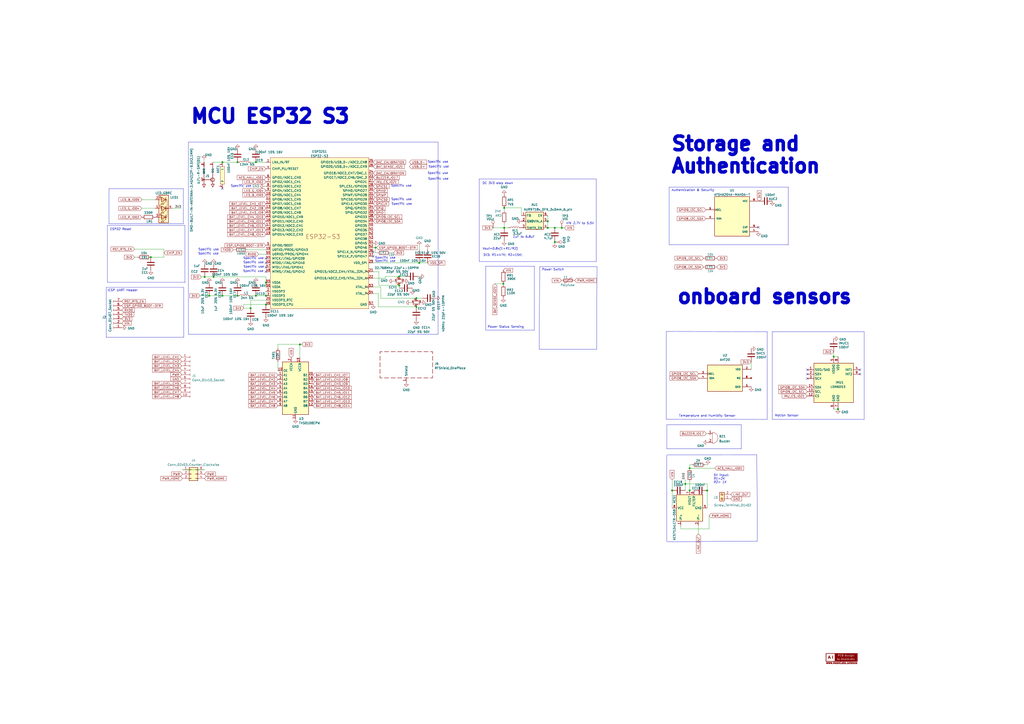
<source format=kicad_sch>
(kicad_sch (version 20230121) (generator eeschema)
  (paper "A2")
  (lib_symbols
    (symbol "Authentication & Security ICs:ATSHA204A-MAHDA-T" (pin_names (offset 1.016))
      (property "Reference" "U" (at -9.906 7.62 0))
      (property "Value" "ATSHA204A-MAHDA-T" (at -10.1854 -15.2654 0))
      (symbol "ATSHA204A-MAHDA-T_0_0"
        (pin power_in line (at 15.24 -10.16 180) (length 5.08) (name "GND") (number "4"))
        (pin bidirectional line (at -15.24 -2.54 0) (length 5.08) (name "SDA") (number "5"))
        (pin input clock (at -15.24 2.54 0) (length 5.08) (name "SCL") (number "6"))
        (pin power_in line (at 15.24 7.62 180) (length 5.08) (name "VCC") (number "8"))
        (pin power_in line (at 15.24 -7.62 180) (length 5.08) (name "EXP") (number "9"))
      )
    )
    (symbol "Connector:Conn_01x07_Socket" (pin_names (offset 1.016) hide)
      (property "Reference" "J" (at 0 10.16 0))
      (property "Value" "Conn_01x07_Socket" (at 0 -10.16 0))
      (symbol "Conn_01x07_Socket_1_1"
        (pin passive line (at -5.08 7.62 0) (length 3.81) (name "Pin_1") (number "1"))
        (pin passive line (at -5.08 5.08 0) (length 3.81) (name "Pin_2") (number "2"))
        (pin passive line (at -5.08 2.54 0) (length 3.81) (name "Pin_3") (number "3"))
        (pin passive line (at -5.08 0 0) (length 3.81) (name "Pin_4") (number "4"))
        (pin passive line (at -5.08 -2.54 0) (length 3.81) (name "Pin_5") (number "5"))
        (pin passive line (at -5.08 -5.08 0) (length 3.81) (name "Pin_6") (number "6"))
        (pin passive line (at -5.08 -7.62 0) (length 3.81) (name "Pin_7") (number "7"))
      )
    )
    (symbol "Connector:Conn_01x10_Socket" (pin_names (offset 1.016) hide)
      (property "Reference" "J" (at 0 12.7 0))
      (property "Value" "Conn_01x10_Socket" (at 0 -15.24 0))
      (symbol "Conn_01x10_Socket_1_1"
        (pin passive line (at -5.08 10.16 0) (length 3.81) (name "Pin_1") (number "1"))
        (pin passive line (at -5.08 -12.7 0) (length 3.81) (name "Pin_10") (number "10"))
        (pin passive line (at -5.08 7.62 0) (length 3.81) (name "Pin_2") (number "2"))
        (pin passive line (at -5.08 5.08 0) (length 3.81) (name "Pin_3") (number "3"))
        (pin passive line (at -5.08 2.54 0) (length 3.81) (name "Pin_4") (number "4"))
        (pin passive line (at -5.08 0 0) (length 3.81) (name "Pin_5") (number "5"))
        (pin passive line (at -5.08 -2.54 0) (length 3.81) (name "Pin_6") (number "6"))
        (pin passive line (at -5.08 -5.08 0) (length 3.81) (name "Pin_7") (number "7"))
        (pin passive line (at -5.08 -7.62 0) (length 3.81) (name "Pin_8") (number "8"))
        (pin passive line (at -5.08 -10.16 0) (length 3.81) (name "Pin_9") (number "9"))
      )
    )
    (symbol "Connector:Screw_Terminal_01x02" (pin_names (offset 1.016) hide)
      (property "Reference" "J" (at 0 2.54 0))
      (property "Value" "Screw_Terminal_01x02" (at 0 -5.08 0))
      (symbol "Screw_Terminal_01x02_1_1"
        (pin passive line (at -5.08 0 0) (length 3.81) (name "Pin_1") (number "1"))
        (pin passive line (at -5.08 -2.54 0) (length 3.81) (name "Pin_2") (number "2"))
      )
    )
    (symbol "Connector:TestPoint" (pin_numbers hide) (pin_names (offset 0.762) hide)
      (property "Reference" "TP" (at 0 6.858 0))
      (property "Value" "TestPoint" (at 0 5.08 0))
      (symbol "TestPoint_1_1"
        (pin passive line (at 0 0 90) (length 2.54) (name "1") (number "1"))
      )
    )
    (symbol "Connector_Generic:Conn_02x03_Counter_Clockwise" (pin_names (offset 1.016) hide)
      (property "Reference" "J" (at 1.27 5.08 0))
      (property "Value" "Conn_02x03_Counter_Clockwise" (at 1.27 -5.08 0))
      (symbol "Conn_02x03_Counter_Clockwise_1_1"
        (pin passive line (at -5.08 2.54 0) (length 3.81) (name "Pin_1") (number "1"))
        (pin passive line (at -5.08 0 0) (length 3.81) (name "Pin_2") (number "2"))
        (pin passive line (at -5.08 -2.54 0) (length 3.81) (name "Pin_3") (number "3"))
        (pin passive line (at 7.62 -2.54 180) (length 3.81) (name "Pin_4") (number "4"))
        (pin passive line (at 7.62 0 180) (length 3.81) (name "Pin_5") (number "5"))
        (pin passive line (at 7.62 2.54 180) (length 3.81) (name "Pin_6") (number "6"))
      )
    )
    (symbol "Device:Buzzer" (pin_names (offset 0.0254) hide)
      (property "Reference" "BZ" (at 3.81 1.27 0))
      (property "Value" "Buzzer" (at 3.81 -1.27 0))
      (symbol "Buzzer_1_1"
        (pin passive line (at -2.54 2.54 0) (length 2.54) (name "-") (number "1"))
        (pin passive line (at -2.54 -2.54 0) (length 2.54) (name "+") (number "2"))
      )
    )
    (symbol "Device:C" (pin_numbers hide) (pin_names (offset 0.254))
      (property "Reference" "C" (at 0.635 2.54 0))
      (property "Value" "C" (at 0.635 -2.54 0))
      (symbol "C_1_1"
        (pin passive line (at 0 3.81 270) (length 2.794) (name "~") (number "1"))
        (pin passive line (at 0 -3.81 90) (length 2.794) (name "~") (number "2"))
      )
    )
    (symbol "Device:Crystal_GND24_Small" (pin_names (offset 1.016) hide)
      (property "Reference" "Y" (at 1.27 4.445 0))
      (property "Value" "Crystal_GND24_Small" (at 1.27 2.54 0))
      (symbol "Crystal_GND24_Small_1_1"
        (pin passive line (at -2.54 0 0) (length 1.27) (name "1") (number "1"))
        (pin passive line (at 0 -2.54 90) (length 0.635) (name "2") (number "2"))
        (pin passive line (at 2.54 0 180) (length 1.27) (name "3") (number "3"))
        (pin passive line (at 0 2.54 270) (length 0.635) (name "4") (number "4"))
      )
    )
    (symbol "Device:L" (pin_numbers hide) (pin_names (offset 1.016) hide)
      (property "Reference" "L" (at -1.27 0 90))
      (property "Value" "L" (at 1.905 0 90))
      (symbol "L_1_1"
        (pin passive line (at 0 3.81 270) (length 1.27) (name "1") (number "1"))
        (pin passive line (at 0 -3.81 90) (length 1.27) (name "2") (number "2"))
      )
    )
    (symbol "Device:LED_GBRC" (pin_names (offset 0) hide)
      (property "Reference" "D" (at 0 9.398 0))
      (property "Value" "Device_LED_GBRC" (at 0 -8.89 0))
      (symbol "LED_GBRC_0_0"
        (text "B" (at 1.905 -6.35 0) (effects (font (size 1.27 1.27))))
        (text "G" (at 1.905 -1.27 0) (effects (font (size 1.27 1.27))))
        (text "R" (at 1.905 3.81 0) (effects (font (size 1.27 1.27))))
      )
      (symbol "LED_GBRC_1_1"
        (pin passive line (at 5.08 0 180) (length 2.54) (name "GA") (number "1"))
        (pin passive line (at 5.08 -5.08 180) (length 2.54) (name "BA") (number "2"))
        (pin passive line (at 5.08 5.08 180) (length 2.54) (name "RA") (number "3"))
        (pin passive line (at -5.08 0 0) (length 2.54) (name "K") (number "4"))
      )
    )
    (symbol "Device:Polyfuse" (pin_numbers hide) (pin_names (offset 0))
      (property "Reference" "F" (at -2.54 0 90))
      (property "Value" "Polyfuse" (at 2.54 0 90))
      (symbol "Polyfuse_1_1"
        (pin passive line (at 0 3.81 270) (length 1.27) (name "~") (number "1"))
        (pin passive line (at 0 -3.81 90) (length 1.27) (name "~") (number "2"))
      )
    )
    (symbol "Device:R" (pin_numbers hide) (pin_names (offset 0))
      (property "Reference" "R" (at 2.032 0 90))
      (property "Value" "R" (at 0 0 90))
      (symbol "R_1_1"
        (pin passive line (at 0 3.81 270) (length 1.27) (name "~") (number "1"))
        (pin passive line (at 0 -3.81 90) (length 1.27) (name "~") (number "2"))
      )
    )
    (symbol "Device:RFShield_OnePiece" (pin_names (offset 1.016))
      (property "Reference" "J" (at 0 5.08 0))
      (property "Value" "RFShield_OnePiece" (at 0 2.54 0))
      (symbol "RFShield_OnePiece_1_1"
        (pin passive line (at 0 -10.16 90) (length 2.54) (name "Shield") (number "1"))
      )
    )
    (symbol "Espressif:ESP32-S3" (pin_names (offset 1.016))
      (property "Reference" "U" (at 0 46.99 0))
      (property "Value" "ESP32-S3" (at 0 -43.18 0))
      (symbol "ESP32-S3_0_0"
        (text "ESP32-S3" (at 1.27 0 0) (effects (font (size 2.54 2.54))))
        (pin bidirectional line (at 30.48 -8.89 180) (length 2.54) (name "SPICLK_N/GPIO48") (number "36"))
        (pin bidirectional line (at 30.48 -11.43 180) (length 2.54) (name "SPICLK_P/GPIO47") (number "37"))
      )
      (symbol "ESP32-S3_1_1"
        (pin bidirectional line (at -31.75 43.18 0) (length 2.54) (name "LNA_IN/RF") (number "1"))
        (pin bidirectional line (at -31.75 24.13 0) (length 2.54) (name "GPIO5/ADC1_CH4") (number "10"))
        (pin bidirectional line (at -31.75 21.59 0) (length 2.54) (name "GPIO6/ADC1_CH5") (number "11"))
        (pin bidirectional line (at -31.75 19.05 0) (length 2.54) (name "GPIO7/ADC1_CH6") (number "12"))
        (pin bidirectional line (at -31.75 16.51 0) (length 2.54) (name "GPIO8/ADC1_CH7") (number "13"))
        (pin bidirectional line (at -31.75 13.97 0) (length 2.54) (name "GPIO9/ADC1_CH8") (number "14"))
        (pin bidirectional line (at -31.75 11.43 0) (length 2.54) (name "GPIO10/ADC1_CH9") (number "15"))
        (pin bidirectional line (at -31.75 8.89 0) (length 2.54) (name "GPIO11/ADC2_CH0") (number "16"))
        (pin bidirectional line (at -31.75 6.35 0) (length 2.54) (name "GPIO12/ADC2_CH1") (number "17"))
        (pin bidirectional line (at -31.75 3.81 0) (length 2.54) (name "GPIO13/ADC2_CH2") (number "18"))
        (pin bidirectional line (at -31.75 1.27 0) (length 2.54) (name "GPIO14/ADC2_CH3") (number "19"))
        (pin power_in line (at -31.75 -31.75 0) (length 2.54) (name "VDD3P3") (number "2"))
        (pin power_in line (at -31.75 -36.83 0) (length 2.54) (name "VDD3P3_RTC") (number "20"))
        (pin input clock (at 30.48 -20.32 180) (length 2.54) (name "GPIO15/ADC2_CH4/XTAL_32K_P") (number "21"))
        (pin output clock (at 30.48 -24.13 180) (length 2.54) (name "GPIO16/ADC2_CH5/XTAL_32K_N") (number "22"))
        (pin bidirectional line (at 30.48 34.29 180) (length 2.54) (name "GPIO17/ADC2_CH6/DAC_2") (number "23"))
        (pin bidirectional line (at 30.48 36.83 180) (length 2.54) (name "GPIO18/ADC2_CH7/DAC_1") (number "24"))
        (pin bidirectional line (at 30.48 43.18 180) (length 2.54) (name "GPIO19/USB_D-/ADC2_CH8") (number "25"))
        (pin bidirectional line (at 30.48 40.64 180) (length 2.54) (name "GPIO20/USB_D+/ADC2_CH9") (number "26"))
        (pin bidirectional line (at 30.48 31.75 180) (length 2.54) (name "GPIO21") (number "27"))
        (pin bidirectional line (at 30.48 29.21 180) (length 2.54) (name "SPI_CS1/GPIO26") (number "28"))
        (pin power_out line (at 30.48 -15.24 180) (length 2.54) (name "VDD_SPI") (number "29"))
        (pin power_in line (at -31.75 -34.29 0) (length 2.54) (name "VDD3P3") (number "3"))
        (pin bidirectional line (at 30.48 26.67 180) (length 2.54) (name "SPIHD/GPIO27") (number "30"))
        (pin bidirectional line (at 30.48 24.13 180) (length 2.54) (name "SPIWP/GPIO28") (number "31"))
        (pin bidirectional line (at 30.48 21.59 180) (length 2.54) (name "SPICS0/GPIO29") (number "32"))
        (pin bidirectional line (at 30.48 19.05 180) (length 2.54) (name "SPICLK/GPIO30") (number "33"))
        (pin bidirectional line (at 30.48 16.51 180) (length 2.54) (name "SPIQ/GPIO31") (number "34"))
        (pin bidirectional line (at 30.48 13.97 180) (length 2.54) (name "SPID/GPIO32") (number "35"))
        (pin bidirectional line (at 30.48 11.43 180) (length 2.54) (name "GPIO33") (number "38"))
        (pin bidirectional line (at 30.48 8.89 180) (length 2.54) (name "GPIO34") (number "39"))
        (pin input line (at -31.75 39.37 0) (length 2.54) (name "CHIP_PU/RESET") (number "4"))
        (pin bidirectional line (at 30.48 6.35 180) (length 2.54) (name "GPIO35") (number "40"))
        (pin bidirectional line (at 30.48 3.81 180) (length 2.54) (name "GPIO36") (number "41"))
        (pin bidirectional line (at 30.48 1.27 180) (length 2.54) (name "GPIO37") (number "42"))
        (pin bidirectional line (at 30.48 -1.27 180) (length 2.54) (name "GPIO38") (number "43"))
        (pin bidirectional line (at -31.75 -12.7 0) (length 2.54) (name "MTCK/JTAG/GPIO39") (number "44"))
        (pin bidirectional line (at -31.75 -15.24 0) (length 2.54) (name "MTDO/JTAG/GPIO40") (number "45"))
        (pin power_in line (at -31.75 -39.37 0) (length 2.54) (name "VDD3P3_CPU") (number "46"))
        (pin bidirectional line (at -31.75 -17.78 0) (length 2.54) (name "MTDI/JTAG/GPIO41") (number "47"))
        (pin bidirectional line (at -31.75 -20.32 0) (length 2.54) (name "MTMS/JTAG/GPIO42") (number "48"))
        (pin bidirectional line (at -31.75 -7.62 0) (length 2.54) (name "U0TXD/PROG/GPIO43") (number "49"))
        (pin bidirectional line (at -31.75 -5.08 0) (length 2.54) (name "GPIO0/BOOT") (number "5"))
        (pin bidirectional line (at -31.75 -10.16 0) (length 2.54) (name "U0RXD/PROG/GPIO44") (number "50"))
        (pin bidirectional line (at 30.48 -3.81 180) (length 2.54) (name "GPIO45") (number "51"))
        (pin bidirectional line (at 30.48 -6.35 180) (length 2.54) (name "GPIO46") (number "52"))
        (pin input clock (at 30.48 -29.21 180) (length 2.54) (name "XTAL_N") (number "53"))
        (pin output clock (at 30.48 -33.02 180) (length 2.54) (name "XTAL_P") (number "54"))
        (pin power_in line (at -31.75 -26.67 0) (length 2.54) (name "VDDA") (number "55"))
        (pin power_in line (at -31.75 -29.21 0) (length 2.54) (name "VDDA") (number "56"))
        (pin power_in line (at 30.48 -39.37 180) (length 2.54) (name "GND") (number "57"))
        (pin bidirectional line (at -31.75 34.29 0) (length 2.54) (name "GPIO1/ADC1_CH0") (number "6"))
        (pin bidirectional line (at -31.75 31.75 0) (length 2.54) (name "GPIO2/ADC1_CH1") (number "7"))
        (pin bidirectional line (at -31.75 29.21 0) (length 2.54) (name "GPIO3/ADC1_CH2") (number "8"))
        (pin bidirectional line (at -31.75 26.67 0) (length 2.54) (name "GPIO4/ADC1_CH3") (number "9"))
      )
    )
    (symbol "Graphic:AeonLabs_Science" (pin_names (offset 1.016)))
    (symbol "Logic_LevelTranslator:TXS0108EPW"
      (property "Reference" "U" (at -6.35 16.51 0))
      (property "Value" "TXS0108EPW" (at 3.81 16.51 0))
      (symbol "TXS0108EPW_1_1"
        (pin bidirectional line (at -10.16 7.62 0) (length 2.54) (name "A1") (number "1"))
        (pin input line (at -10.16 10.16 0) (length 2.54) (name "OE") (number "10"))
        (pin power_in line (at 0 -17.78 90) (length 2.54) (name "GND") (number "11"))
        (pin bidirectional line (at 10.16 -10.16 180) (length 2.54) (name "B8") (number "12"))
        (pin bidirectional line (at 10.16 -7.62 180) (length 2.54) (name "B7") (number "13"))
        (pin bidirectional line (at 10.16 -5.08 180) (length 2.54) (name "B6") (number "14"))
        (pin bidirectional line (at 10.16 -2.54 180) (length 2.54) (name "B5") (number "15"))
        (pin bidirectional line (at 10.16 0 180) (length 2.54) (name "B4") (number "16"))
        (pin bidirectional line (at 10.16 2.54 180) (length 2.54) (name "B3") (number "17"))
        (pin bidirectional line (at 10.16 5.08 180) (length 2.54) (name "B2") (number "18"))
        (pin power_in line (at 2.54 17.78 270) (length 2.54) (name "VCCB") (number "19"))
        (pin power_in line (at -2.54 17.78 270) (length 2.54) (name "VCCA") (number "2"))
        (pin bidirectional line (at 10.16 7.62 180) (length 2.54) (name "B1") (number "20"))
        (pin bidirectional line (at -10.16 5.08 0) (length 2.54) (name "A2") (number "3"))
        (pin bidirectional line (at -10.16 2.54 0) (length 2.54) (name "A3") (number "4"))
        (pin bidirectional line (at -10.16 0 0) (length 2.54) (name "A4") (number "5"))
        (pin bidirectional line (at -10.16 -2.54 0) (length 2.54) (name "A5") (number "6"))
        (pin bidirectional line (at -10.16 -5.08 0) (length 2.54) (name "A6") (number "7"))
        (pin bidirectional line (at -10.16 -7.62 0) (length 2.54) (name "A7") (number "8"))
        (pin bidirectional line (at -10.16 -10.16 0) (length 2.54) (name "A8") (number "9"))
      )
    )
    (symbol "Power_Management:ST01S09_AUR9718x_DFN_3x3mm_6_pin"
      (property "Reference" "AU1" (at -2.54 10.033 0))
      (property "Value" "AUR9718x_DFN_3x3mm_6_pin" (at -2.54 7.493 0))
      (symbol "ST01S09_AUR9718x_DFN_3x3mm_6_pin_1_1"
        (pin input line (at -10.16 3.048 0) (length 2.54) (name "FB") (number "1"))
        (pin output line (at -10.16 -0.254 0) (length 2.54) (name "GND") (number "2"))
        (pin bidirectional line (at -10.16 -4.064 0) (length 2.54) (name "SW") (number "3"))
        (pin input line (at 5.08 -4.064 180) (length 2.54) (name "VIN_SW") (number "4"))
        (pin power_out line (at 5.08 -0.254 180) (length 2.54) (name "VIN_A") (number "5"))
        (pin power_in line (at 5.08 3.048 180) (length 2.54) (name "EN") (number "6"))
        (pin output line (at -10.16 -0.254 0) (length 2.54) (name "GND") (number "7"))
      )
    )
    (symbol "RF:U.FL-R-SMT(01)" (pin_names (offset 1.016))
      (property "Reference" "J" (at -3.81 4.064 0))
      (property "Value" "U.FL-R-SMT(01)" (at -4.318 -5.588 0))
      (symbol "U.FL-R-SMT(01)_0_0"
        (pin passive line (at -10.16 -2.54 0) (length 2.54) (name "GND") (number "1"))
        (pin passive line (at -10.16 -2.54 0) (length 2.54) (name "GND") (number "2"))
        (pin passive line (at -10.16 2.54 0) (length 2.54) (name "SIG") (number "3"))
      )
    )
    (symbol "RF_WiFi:SMD-BUILT-IN-ANTENNA-2.4GHZ(2P-9.5X2.1MM)" (pin_names (offset 1.016))
      (property "Reference" "ANT" (at -2.54 1.905 0))
      (property "Value" "SMD-BUILT-IN-ANTENNA-2.4GHZ(2P-9.5X2.1MM)" (at -20.828 5.588 0))
      (symbol "SMD-BUILT-IN-ANTENNA-2.4GHZ(2P-9.5X2.1MM)_0_0"
        (pin bidirectional line (at -7.62 0 0) (length 2.54) (name "1") (number "1"))
        (pin bidirectional line (at 7.62 0 180) (length 2.54) (name "2") (number "2"))
      )
    )
    (symbol "Sensor:AHT20" (pin_names (offset 1.016))
      (property "Reference" "U" (at -10.16 8.509 0))
      (property "Value" "AHT20" (at -10.16 -10.16 0))
      (symbol "AHT20_0_0"
        (pin no_connect line (at 15.24 0 180) (length 5.08) (name "NC") (number "1"))
        (pin power_in line (at 15.24 5.08 180) (length 5.08) (name "VDD") (number "2"))
        (pin input clock (at -15.24 2.54 0) (length 5.08) (name "SCL") (number "3"))
        (pin bidirectional line (at -15.24 0 0) (length 5.08) (name "SDA") (number "4"))
        (pin power_in line (at 15.24 -5.08 180) (length 5.08) (name "GND") (number "5"))
        (pin no_connect line (at 15.24 0 180) (length 5.08) (name "NC") (number "6"))
      )
    )
    (symbol "Sensor_Current:ACS712xLCTR-05B"
      (property "Reference" "U" (at 2.54 11.43 0))
      (property "Value" "ACS712xLCTR-05B" (at 2.54 8.89 0))
      (symbol "ACS712xLCTR-05B_1_1"
        (pin passive line (at -10.16 5.08 0) (length 2.54) (name "IP+") (number "1"))
        (pin passive line (at -10.16 5.08 0) (length 2.54) hide (name "IP+") (number "2"))
        (pin passive line (at -10.16 -5.08 0) (length 2.54) (name "IP-") (number "3"))
        (pin passive line (at -10.16 -5.08 0) (length 2.54) hide (name "IP-") (number "4"))
        (pin power_in line (at 0 -10.16 90) (length 2.54) (name "GND") (number "5"))
        (pin passive line (at 10.16 -2.54 180) (length 2.54) (name "FILTER") (number "6"))
        (pin output line (at 10.16 0 180) (length 2.54) (name "VIOUT") (number "7"))
        (pin power_in line (at 0 10.16 270) (length 2.54) (name "VCC") (number "8"))
      )
    )
    (symbol "Sensor_Motion:LSM6DS3"
      (property "Reference" "U" (at -11.43 15.24 0))
      (property "Value" "LSM6DS3" (at -11.43 12.7 0))
      (symbol "LSM6DS3_1_1"
        (pin bidirectional line (at -15.24 7.62 0) (length 3.81) (name "SDO/SA0") (number "1"))
        (pin no_connect line (at 10.16 -5.08 180) (length 3.81) hide (name "NC") (number "10"))
        (pin no_connect line (at 10.16 -2.54 180) (length 3.81) hide (name "NC") (number "11"))
        (pin input line (at -15.24 -7.62 0) (length 3.81) (name "CS") (number "12"))
        (pin input line (at -15.24 -5.08 0) (length 3.81) (name "SCL") (number "13"))
        (pin bidirectional line (at -15.24 -2.54 0) (length 3.81) (name "SDA") (number "14"))
        (pin bidirectional line (at -15.24 5.08 0) (length 3.81) (name "SDX") (number "2"))
        (pin input line (at -15.24 2.54 0) (length 3.81) (name "SCX") (number "3"))
        (pin output line (at 15.24 7.62 180) (length 3.81) (name "INT1") (number "4"))
        (pin power_in line (at 0 15.24 270) (length 3.81) (name "VDDIO") (number "5"))
        (pin power_in line (at 0 -15.24 90) (length 3.81) (name "GND") (number "6"))
        (pin power_in line (at 2.54 -15.24 90) (length 3.81) (name "GND") (number "7"))
        (pin power_in line (at 2.54 15.24 270) (length 3.81) (name "VDD") (number "8"))
        (pin output line (at 15.24 5.08 180) (length 3.81) (name "INT2") (number "9"))
      )
    )
    (symbol "power:GND" (power) (pin_names (offset 0))
      (property "Value" "GND" (at 0 -3.81 0))
      (symbol "GND_1_1"
        (pin power_in line (at 0 0 270) (length 0) hide (name "GND") (number "1"))
      )
    )
  )
  (junction (at 148.4376 171.5516))
  (junction (at 317.754 128.3462))
  (junction (at 145.3896 178.7906))
  (junction (at 410.21 284.5308))
  (junction (at 123.9266 160.6296))
  (junction (at 317.754 132.1562))
  (junction (at 241.5286 178.0286))
  (junction (at 137.7696 94.0816))
  (junction (at 321.818 132.1562))
  (junction (at 154.2796 171.5516))
  (junction (at 118.7196 160.6296))
  (junction (at 154.2796 176.6316))
  (junction (at 87.4776 149.1996))
  (junction (at 129.0066 94.0816))
  (junction (at 243.1796 152.5016))
  (junction (at 231.6226 160.3756))
  (junction (at 291.973 164.5412))
  (junction (at 129.0066 171.5516))
  (junction (at 292.481 120.5992))
  (junction (at 397.51 280.7208))
  (junction (at 292.481 132.1562))
  (junction (at 154.2796 163.9316))
  (junction (at 173.9646 199.7964))
  (junction (at 389.89 284.5054))
  (junction (at 400.05 271.6276))
  (junction (at 121.3866 171.5516))
  (junction (at 486.1306 237.3376))
  (junction (at 325.882 132.1562))
  (junction (at 148.4376 94.0816))
  (junction (at 231.6226 165.5826))
  (junction (at 400.05 284.5308))
  (junction (at 137.7696 171.5516))
  (junction (at 483.5906 206.8576))
  (junction (at 217.7796 143.6116))
  (junction (at 241.5286 172.9486))
  (junction (at 321.818 140.4112))
  (no_connect (at 468.3506 217.0176))
  (no_connect (at 216.5096 146.1516))
  (no_connect (at 468.3506 214.4776))
  (no_connect (at 216.5096 148.6916))
  (no_connect (at 154.2796 157.5816))
  (no_connect (at 498.8306 217.0176))
  (no_connect (at 154.2796 149.9616))
  (no_connect (at 468.3506 219.5576))
  (no_connect (at 129.0066 109.3216))
  (no_connect (at 154.2796 155.0416))
  (no_connect (at 498.8306 214.4776))
  (no_connect (at 439.928 131.8768))
  (no_connect (at 154.2796 152.5016))
  (wire (pts (xy 239.2426 167.1066) (xy 239.2426 168.1226)))
  (wire (pts (xy 231.6226 165.5826) (xy 219.8116 165.5826)))
  (polyline (pts (xy 386.7912 263.9314) (xy 386.7912 314.2488)))
  (polyline (pts (xy 447.9036 243.3066) (xy 501.2436 243.3066)))
  (wire (pts (xy 241.5286 185.7756) (xy 241.5286 185.6486)))
  (wire (pts (xy 161.2138 199.771) (xy 161.2138 202.1586)))
  (wire (pts (xy 400.05 269.6464) (xy 400.05 271.6276)))
  (polyline (pts (xy 387.096 263.906) (xy 439.0136 263.8806)))
  (wire (pts (xy 82.2706 120.8786) (xy 89.8906 120.8786)))
  (wire (pts (xy 287.02 164.5412) (xy 291.973 164.5412)))
  (wire (pts (xy 294.894 132.1562) (xy 292.481 132.1562)))
  (wire (pts (xy 123.4186 94.0816) (xy 129.0066 94.0816)))
  (polyline (pts (xy 281.813 154.3812) (xy 310.007 154.3812)))
  (polyline (pts (xy 346.329 154.6352) (xy 346.075 202.6412)))
  (wire (pts (xy 292.481 120.5992) (xy 302.514 120.5992)))
  (wire (pts (xy 440.436 116.6368) (xy 439.928 116.6368)))
  (polyline (pts (xy 63.2206 109.4486) (xy 63.2206 129.7686)))
  (polyline (pts (xy 310.007 154.3812) (xy 310.007 191.4652)))
  (polyline (pts (xy 107.2896 130.7846) (xy 107.2896 163.9316)))
  (polyline (pts (xy 61.595 195.6816) (xy 106.553 195.6816)))
  (wire (pts (xy 238.9886 175.4886) (xy 238.0996 175.4886)))
  (wire (pts (xy 161.2138 199.771) (xy 173.9646 199.7964)))
  (wire (pts (xy 105.8926 272.4658) (xy 118.5926 272.4658)))
  (polyline (pts (xy 278.003 151.7142) (xy 278.003 103.8352)))
  (polyline (pts (xy 312.801 202.6412) (xy 346.075 202.6412)))
  (polyline (pts (xy 106.553 166.7256) (xy 106.553 195.6816)))
  (wire (pts (xy 148.4376 94.0816) (xy 154.2796 94.0816)))
  (wire (pts (xy 135.3566 144.8816) (xy 135.9916 144.8816)))
  (wire (pts (xy 121.3866 171.5516) (xy 129.0066 171.5516)))
  (polyline (pts (xy 386.8674 260.3754) (xy 430.0474 260.3754)))
  (wire (pts (xy 394.97 304.8508) (xy 394.97 306.832)))
  (wire (pts (xy 231.6226 167.1066) (xy 231.6226 165.5826)))
  (polyline (pts (xy 439.3692 313.9186) (xy 439.0136 263.8806)))
  (wire (pts (xy 229.0826 163.0426) (xy 228.1936 163.0426)))
  (wire (pts (xy 223.4946 161.3916) (xy 223.4946 160.3756)))
  (wire (pts (xy 483.5906 204.0636) (xy 483.5906 206.8576)))
  (wire (pts (xy 397.51 280.7208) (xy 397.51 284.5054)))
  (polyline (pts (xy 106.4006 109.4486) (xy 63.2206 109.4486)))
  (wire (pts (xy 78.0796 149.1996) (xy 79.8576 149.1996)))
  (wire (pts (xy 154.2796 163.9316) (xy 154.2796 166.4716)))
  (wire (pts (xy 400.05 271.6276) (xy 400.05 271.78)))
  (polyline (pts (xy 109.3216 82.3976) (xy 254.1016 82.3976)))
  (polyline (pts (xy 386.8674 246.4054) (xy 386.8674 260.3754)))
  (wire (pts (xy 161.2392 215.0364) (xy 161.2646 215.0364)))
  (wire (pts (xy 317.754 128.3462) (xy 317.754 132.1562)))
  (wire (pts (xy 291.973 164.4142) (xy 291.973 164.5412)))
  (wire (pts (xy 95.0976 144.5006) (xy 95.0976 149.1996)))
  (wire (pts (xy 317.754 125.0442) (xy 317.754 128.3462)))
  (wire (pts (xy 219.4306 178.0286) (xy 241.5286 178.0286)))
  (wire (pts (xy 118.7196 160.6296) (xy 123.9266 160.6296)))
  (polyline (pts (xy 254.1016 193.9036) (xy 109.3216 193.9036)))
  (wire (pts (xy 241.5286 172.9486) (xy 220.9546 172.9486)))
  (wire (pts (xy 216.5096 152.5016) (xy 243.1796 152.5016)))
  (wire (pts (xy 78.0796 144.5006) (xy 95.0976 144.5006)))
  (wire (pts (xy 321.818 141.3002) (xy 321.818 140.4112)))
  (wire (pts (xy 486.1306 206.8576) (xy 483.5906 206.8576)))
  (wire (pts (xy 173.9646 199.771) (xy 173.9646 199.7964)))
  (wire (pts (xy 321.818 140.4112) (xy 321.818 139.7762)))
  (polyline (pts (xy 62.3316 163.8046) (xy 62.3316 130.7846)))
  (wire (pts (xy 243.1796 152.5016) (xy 248.0056 152.5016)))
  (wire (pts (xy 154.2796 160.6296) (xy 154.2796 163.9316)))
  (polyline (pts (xy 447.9036 192.3796) (xy 501.2436 192.3796)))
  (wire (pts (xy 410.21 280.7208) (xy 410.21 284.5308)))
  (wire (pts (xy 400.05 279.4) (xy 400.05 284.5308)))
  (wire (pts (xy 219.8116 157.5816) (xy 216.5096 157.5816)))
  (wire (pts (xy 219.8116 157.5816) (xy 219.8116 165.5826)))
  (wire (pts (xy 150.0886 147.4216) (xy 154.2796 147.4216)))
  (polyline (pts (xy 386.461 192.278) (xy 444.9826 192.3796)))
  (wire (pts (xy 231.6226 160.3756) (xy 223.4946 160.3756)))
  (wire (pts (xy 405.13 309.753) (xy 405.13 304.8508)))
  (wire (pts (xy 411.3022 306.832) (xy 411.3022 299.1104)))
  (polyline (pts (xy 107.4166 163.8046) (xy 62.3316 163.8046)))
  (wire (pts (xy 173.9646 199.7964) (xy 175.0314 199.7964)))
  (wire (pts (xy 145.3896 178.7906) (xy 141.4526 178.7906)))
  (polyline (pts (xy 447.9036 243.3066) (xy 447.9036 192.3796)))
  (wire (pts (xy 389.89 278.1808) (xy 389.89 284.5054)))
  (polyline (pts (xy 430.0474 260.3754) (xy 430.0474 246.4054)))
  (wire (pts (xy 302.514 125.0442) (xy 302.514 120.5992)))
  (wire (pts (xy 219.4306 170.2816) (xy 219.4306 178.0286)))
  (wire (pts (xy 100.0506 120.8786) (xy 105.1306 120.8786)))
  (wire (pts (xy 220.9546 172.9486) (xy 220.9546 166.4716)))
  (wire (pts (xy 241.5286 178.1556) (xy 241.5286 178.0286)))
  (wire (pts (xy 145.3896 174.0916) (xy 145.3896 178.7906)))
  (polyline (pts (xy 278.003 103.8352) (xy 345.948 103.8352)))
  (wire (pts (xy 242.6716 160.3756) (xy 243.4336 160.3756)))
  (wire (pts (xy 435.7624 209.9056) (xy 435.7624 214.2744)))
  (wire (pts (xy 241.5286 172.8216) (xy 241.5286 172.9486)))
  (polyline (pts (xy 388.112 142.0368) (xy 388.112 108.5088)))
  (polyline (pts (xy 310.007 191.4652) (xy 281.813 191.4652)))
  (wire (pts (xy 468.3506 229.7176) (xy 468.2236 229.7176)))
  (wire (pts (xy 244.9576 172.9486) (xy 241.5286 172.9486)))
  (wire (pts (xy 148.4376 171.5516) (xy 154.2796 171.5516)))
  (wire (pts (xy 141.4526 178.7906) (xy 141.4526 176.6316)))
  (wire (pts (xy 173.9646 199.771) (xy 175.0314 199.771)))
  (wire (pts (xy 118.3386 92.5576) (xy 118.3386 94.0816)))
  (wire (pts (xy 218.4146 143.6116) (xy 217.7796 143.6116)))
  (polyline (pts (xy 61.595 166.7256) (xy 61.595 195.6816)))
  (wire (pts (xy 400.05 284.5562) (xy 400.05 284.5308)))
  (wire (pts (xy 175.0314 199.771) (xy 175.0314 199.7964)))
  (polyline (pts (xy 387.096 314.2488) (xy 439.3438 313.9186)))
  (wire (pts (xy 397.51 280.7208) (xy 410.21 280.7208)))
  (wire (pts (xy 248.0056 144.8816) (xy 248.0056 144.2466)))
  (polyline (pts (xy 388.112 108.5088) (xy 457.327 108.5088)))
  (wire (pts (xy 173.9646 199.7964) (xy 173.9646 207.4164)))
  (wire (pts (xy 161.2392 209.7786) (xy 161.2392 215.0364)))
  (polyline (pts (xy 281.813 154.3812) (xy 281.813 191.4652)))
  (wire (pts (xy 154.2796 169.0116) (xy 154.2796 171.5516)))
  (wire (pts (xy 217.7796 143.6116) (xy 216.5096 143.6116)))
  (wire (pts (xy 410.6418 269.6464) (xy 409.067 269.6464)))
  (wire (pts (xy 129.0066 94.0816) (xy 137.7696 94.0816)))
  (wire (pts (xy 154.2796 174.0916) (xy 145.3896 174.0916)))
  (polyline (pts (xy 345.948 151.7142) (xy 278.003 151.7142)))
  (polyline (pts (xy 386.461 243.205) (xy 444.9826 243.3066)))
  (wire (pts (xy 154.1526 142.3416) (xy 154.2796 142.3416)))
  (wire (pts (xy 486.1306 237.3376) (xy 483.5906 237.3376)))
  (wire (pts (xy 129.0066 171.5516) (xy 137.7696 171.5516)))
  (polyline (pts (xy 444.9826 192.3796) (xy 444.9826 243.3066)))
  (wire (pts (xy 410.21 284.5308) (xy 410.21 294.6908)))
  (polyline (pts (xy 430.0474 246.4054) (xy 386.8674 246.4054)))
  (wire (pts (xy 141.4526 176.6316) (xy 154.2796 176.6316)))
  (polyline (pts (xy 312.801 202.6412) (xy 313.055 154.6352)))
  (polyline (pts (xy 62.3316 130.7846) (xy 107.2896 130.7846)))
  (wire (pts (xy 143.6116 144.8816) (xy 154.2796 144.8816)))
  (wire (pts (xy 400.05 269.6464) (xy 401.447 269.6464)))
  (wire (pts (xy 116.8146 160.6296) (xy 118.7196 160.6296)))
  (polyline (pts (xy 457.327 108.5088) (xy 457.327 142.0368)))
  (wire (pts (xy 286.004 132.1562) (xy 292.481 132.1562)))
  (polyline (pts (xy 501.2436 192.3796) (xy 501.2436 243.3066)))
  (wire (pts (xy 409.7274 251.4854) (xy 410.7434 251.4854)))
  (wire (pts (xy 153.3906 108.0516) (xy 154.2796 108.0516)))
  (wire (pts (xy 231.6226 160.3756) (xy 231.6226 160.5026)))
  (wire (pts (xy 317.754 132.1562) (xy 321.818 132.1562)))
  (wire (pts (xy 145.3896 94.0816) (xy 148.4376 94.0816)))
  (wire (pts (xy 292.481 120.5992) (xy 292.481 122.2502)))
  (polyline (pts (xy 313.055 154.6352) (xy 346.329 154.6352)))
  (polyline (pts (xy 345.948 103.8352) (xy 345.948 151.7142)))
  (wire (pts (xy 161.2138 202.1586) (xy 161.2392 202.1586)))
  (polyline (pts (xy 63.2206 129.7686) (xy 106.4006 129.7686)))
  (polyline (pts (xy 106.553 166.7256) (xy 61.595 166.7256)))
  (wire (pts (xy 216.5096 170.2816) (xy 219.4306 170.2816)))
  (polyline (pts (xy 254.1016 82.3976) (xy 254.1016 193.9036)))
  (wire (pts (xy 123.9266 160.6296) (xy 154.2796 160.6296)))
  (wire (pts (xy 321.818 132.1562) (xy 325.882 132.1562)))
  (polyline (pts (xy 386.461 243.205) (xy 386.461 192.278)))
  (wire (pts (xy 292.481 132.1562) (xy 292.481 129.8702)))
  (wire (pts (xy 218.7956 146.6596) (xy 217.7796 146.6596)))
  (wire (pts (xy 400.05 271.6276) (xy 414.6296 271.6276)))
  (wire (pts (xy 217.7796 146.6596) (xy 217.7796 143.6116)))
  (polyline (pts (xy 109.3216 193.9036) (xy 109.3216 82.3976)))
  (wire (pts (xy 228.1936 146.6596) (xy 226.4156 146.6596)))
  (wire (pts (xy 394.97 306.832) (xy 411.3022 306.832)))
  (polyline (pts (xy 457.327 142.0368) (xy 388.112 142.0368)))
  (wire (pts (xy 220.9546 166.4716) (xy 216.5096 166.4716)))
  (wire (pts (xy 389.89 284.5054) (xy 389.89 294.6908)))
  (wire (pts (xy 216.5096 161.3916) (xy 223.4946 161.3916)))
  (wire (pts (xy 116.0526 171.5516) (xy 121.3866 171.5516)))
  (wire (pts (xy 235.0516 160.3756) (xy 231.6226 160.3756)))
  (wire (pts (xy 397.51 278.1808) (xy 397.51 280.7208)))
  (wire (pts (xy 95.0976 149.1996) (xy 87.4776 149.1996)))
  (wire (pts (xy 145.3896 171.5516) (xy 148.4376 171.5516)))
  (wire (pts (xy 291.973 164.5412) (xy 291.973 165.1762)))
  (polyline (pts (xy 106.4006 129.7686) (xy 106.4006 109.4486)))
  (wire (pts (xy 243.1796 144.8816) (xy 243.1796 142.4686)))
  (wire (pts (xy 325.882 132.1562) (xy 327.406 132.1562)))
  (wire (pts (xy 89.8906 115.7986) (xy 82.3976 115.7986)))
  (text "Specific use" (at 227.0506 119.1006 0) (effects (font (size 1.27 1.27)) (justify left bottom)))
  (text "Vout=0.8x(1+R1/R2)" (at 279.781 145.1102 0) (effects (font (size 1.27 1.27) italic) (justify left bottom)))
  (text "Specific use" (at 248.2596 104.5464 0) (effects (font (size 1.27 1.27)) (justify left bottom)))
  (text "onboard sensors" (at 392.0998 176.8602 0) (effects (font (size 8 8) (thickness 2) bold) (justify left bottom)))
  (text "3V3: R1=47K; R2=15K;" (at 280.162 148.7932 0) (effects (font (size 1.27 1.27)) (justify left bottom)))
  (text "Specific use" (at 248.1072 94.6912 0) (effects (font (size 1.27 1.27)) (justify left bottom)))
  (text "Specific use" (at 226.9236 116.4336 0) (effects (font (size 1.27 1.27)) (justify left bottom)))
  (text "Specific use" (at 217.5256 150.3426 0) (effects (font (size 1.27 1.27)) (justify left bottom)))
  (text "Power Status Sensing" (at 282.829 190.4492 0) (effects (font (size 1.27 1.27)) (justify left bottom)))
  (text "Specific use" (at 141.1986 155.5496 0) (effects (font (size 1.27 1.27)) (justify left bottom)))
  (text "DC 3V3 step down" (at 279.781 107.1372 0) (effects (font (size 1.27 1.27)) (justify left bottom)))
  (text "Specific use" (at 141.0716 150.5966 0) (effects (font (size 1.27 1.27)) (justify left bottom)))
  (text "Specific use" (at 133.8326 108.6866 0) (effects (font (size 1.27 1.27)) (justify left bottom)))
  (text "ESP32 Reset" (at 63.7286 133.8326 0) (effects (font (size 1.27 1.27) italic) (justify left bottom)))
  (text "Specific use" (at 248.4882 97.4852 0) (effects (font (size 1.27 1.27)) (justify left bottom)))
  (text "Specific use" (at 226.7966 108.5596 0) (effects (font (size 1.27 1.27)) (justify left bottom)))
  (text "Authentication & Security" (at 389.509 111.1758 0) (effects (font (size 1.27 1.27) italic) (justify left bottom)))
  (text "Storage and \nAuthentication" (at 388.6708 101.092 0) (effects (font (size 8 8) (thickness 2) bold) (justify left bottom)))
  (text "Specific use" (at 248.0056 101.2698 0) (effects (font (size 1.27 1.27)) (justify left bottom)))
  (text "Specific use" (at 217.5256 152.2476 0) (effects (font (size 1.27 1.27)) (justify left bottom)))
  (text "Specific use" (at 115.0366 145.5166 0) (effects (font (size 1.27 1.27)) (justify left bottom)))
  (text "VIN 2.7V to 5.5V" (at 328.295 130.3782 0) (effects (font (size 1.27 1.27) italic) (justify left bottom)))
  (text "Temperature and Humidity Sensor" (at 393.8016 242.0366 0) (effects (font (size 1.27 1.27)) (justify left bottom)))
  (text "Power Switch" (at 314.325 157.1752 0) (effects (font (size 1.27 1.27)) (justify left bottom)))
  (text "ICSP UART Header" (at 62.23 169.2656 0) (effects (font (size 1.27 1.27)) (justify left bottom)))
  (text "5V input:\nR1=2K\nR2= 1K" (at 413.893 280.6192 0) (effects (font (size 1.27 1.27) italic) (justify left bottom)))
  (text "1uF to 6.8uF" (at 297.434 138.2522 0) (effects (font (size 1.27 1.27) italic) (justify left bottom)))
  (text "MCU ESP32 S3" (at 109.9566 72.2376 0) (effects (font (size 8 8) (thickness 2) bold) (justify left bottom)))
  (text "Motion Sensor" (at 449.4276 241.9096 0) (effects (font (size 1.27 1.27)) (justify left bottom)))
  (text "Specific use" (at 141.0716 153.0096 0) (effects (font (size 1.27 1.27)) (justify left bottom)))
  (text "Specific use" (at 140.9446 158.0896 0) (effects (font (size 1.27 1.27)) (justify left bottom)))
  (text "Specific use" (at 114.9096 147.9296 0) (effects (font (size 1.27 1.27)) (justify left bottom)))
  (label "GND" (at 397.51 278.1808 90))
  (label "3V3" (at 105.1306 120.8786 180))
  (global_label "BAT_LEVEL_CH4" (shape input) (at 161.2646 225.1964 180) (property "Intersheetrefs" "${INTERSHEET_REFS}" (effects hide)))
  (global_label "BUZZER_IO17" (shape input) (at 216.5096 102.9716 0) (effects (font italic)) (property "Intersheetrefs" "${INTERSHEET_REFS}" (effects hide)))
  (global_label "BAT_LEVEL_CH2_IO8" (shape input) (at 181.5846 220.1164 0) (property "Intersheetrefs" "${INTERSHEET_REFS}" (effects hide)))
  (global_label "GPIO9_I2C_SCL" (shape input) (at 408.1526 149.8092 180) (property "Intersheetrefs" "${INTERSHEET_REFS}" (effects hide)))
  (global_label "IMU_CS_IO21" (shape input) (at 216.5096 105.5116 0) (effects (font italic)) (property "Intersheetrefs" "${INTERSHEET_REFS}" (effects hide)))
  (global_label "LED_G_IO04" (shape input) (at 82.2706 120.8786 180) (property "Intersheetrefs" "${INTERSHEET_REFS}" (effects hide)))
  (global_label "BAT_LEVEL_CH8_IO14" (shape input) (at 154.2796 135.9916 180) (property "Intersheetrefs" "${INTERSHEET_REFS}" (effects hide)))
  (global_label "BAT_LEVEL_CH1_IO7" (shape input) (at 181.5846 217.5764 0) (property "Intersheetrefs" "${INTERSHEET_REFS}" (effects hide)))
  (global_label "BAT_LEVEL_CH4_IO10" (shape input) (at 181.5846 225.1964 0) (property "Intersheetrefs" "${INTERSHEET_REFS}" (effects hide)))
  (global_label "CHIP_EN" (shape input) (at 154.2796 97.8916 180) (property "Intersheetrefs" "${INTERSHEET_REFS}" (effects hide)))
  (global_label "PWR_HOME" (shape input) (at 105.8926 277.5458 180) (property "Intersheetrefs" "${INTERSHEET_REFS}" (effects hide)))
  (global_label "BAT_LEVEL_CH5_IO11" (shape input) (at 181.5846 227.7364 0) (property "Intersheetrefs" "${INTERSHEET_REFS}" (effects hide)))
  (global_label "LED_R_IO02" (shape input) (at 154.2796 105.5116 180) (property "Intersheetrefs" "${INTERSHEET_REFS}" (effects hide)))
  (global_label "SPID" (shape input) (at 216.5096 123.2916 0) (effects (font italic)) (property "Intersheetrefs" "${INTERSHEET_REFS}" (effects hide)))
  (global_label "TXD0" (shape input) (at 70.612 182.4228 0) (property "Intersheetrefs" "${INTERSHEET_REFS}" (effects hide)))
  (global_label "3V3" (shape input) (at 483.5906 204.0636 180) (property "Intersheetrefs" "${INTERSHEET_REFS}" (effects hide)))
  (global_label "RST_RTS_EN" (shape input) (at 70.612 174.8028 0) (property "Intersheetrefs" "${INTERSHEET_REFS}" (effects hide)))
  (global_label "SPIQ" (shape input) (at 216.5096 120.7516 0) (effects (font italic)) (property "Intersheetrefs" "${INTERSHEET_REFS}" (effects hide)))
  (global_label "BAT_LEVEL_CH2" (shape input) (at 105.41 209.677 180) (property "Intersheetrefs" "${INTERSHEET_REFS}" (effects hide)))
  (global_label "GPIO9_I2C_SCL" (shape input) (at 216.5096 125.8316 0) (property "Intersheetrefs" "${INTERSHEET_REFS}" (effects hide)))
  (global_label "GPIO9_I2C_SCL" (shape input) (at 405.2824 216.8144 180) (property "Intersheetrefs" "${INTERSHEET_REFS}" (effects hide)))
  (global_label "BUZZER_IO17" (shape input) (at 409.7274 251.4854 180) (effects (font italic)) (property "Intersheetrefs" "${INTERSHEET_REFS}" (effects hide)))
  (global_label "BAT_LEVEL_CH2_IO8" (shape input) (at 154.2796 120.7516 180) (property "Intersheetrefs" "${INTERSHEET_REFS}" (effects hide)))
  (global_label "LED_R_IO02" (shape input) (at 82.2706 125.9586 180) (property "Intersheetrefs" "${INTERSHEET_REFS}" (effects hide)))
  (global_label "VIN" (shape input) (at 70.612 187.5028 0) (property "Intersheetrefs" "${INTERSHEET_REFS}" (effects hide)))
  (global_label "VIN" (shape input) (at 291.973 156.7942 0) (property "Intersheetrefs" "${INTERSHEET_REFS}" (effects hide)))
  (global_label "3V3" (shape input) (at 78.0796 149.1996 180) (property "Intersheetrefs" "${INTERSHEET_REFS}" (effects hide)))
  (global_label "BAT_SENSE_IO21" (shape input) (at 216.5096 96.6216 0) (effects (font italic)) (property "Intersheetrefs" "${INTERSHEET_REFS}" (effects hide)))
  (global_label "RST_RTS_EN" (shape input) (at 78.0796 144.5006 180) (property "Intersheetrefs" "${INTERSHEET_REFS}" (effects hide)))
  (global_label "BAT_LEVEL_CH1_IO7" (shape input) (at 154.2796 118.2116 180) (property "Intersheetrefs" "${INTERSHEET_REFS}" (effects hide)))
  (global_label "PWR" (shape input) (at 118.5926 275.0058 0) (property "Intersheetrefs" "${INTERSHEET_REFS}" (effects hide)))
  (global_label "GPIO8_I2C_SDA" (shape input) (at 216.5096 128.3716 0) (property "Intersheetrefs" "${INTERSHEET_REFS}" (effects hide)))
  (global_label "SPICS1" (shape input) (at 216.5096 108.0516 0) (effects (font italic)) (property "Intersheetrefs" "${INTERSHEET_REFS}" (effects hide)))
  (global_label "GPIO9_I2C_SCL" (shape input) (at 409.448 121.7168 180) (property "Intersheetrefs" "${INTERSHEET_REFS}" (effects hide)))
  (global_label "GPIO9_I2C_SCL" (shape input) (at 468.3506 227.1776 180) (property "Intersheetrefs" "${INTERSHEET_REFS}" (effects hide)))
  (global_label "VIN" (shape input) (at 168.8846 207.4164 90) (property "Intersheetrefs" "${INTERSHEET_REFS}" (effects hide)))
  (global_label "DAC_CALIBRATION" (shape input) (at 216.5096 94.0816 0) (effects (font italic)) (property "Intersheetrefs" "${INTERSHEET_REFS}" (effects hide)))
  (global_label "3V3" (shape input) (at 440.436 116.6368 90) (property "Intersheetrefs" "${INTERSHEET_REFS}" (effects hide)))
  (global_label "LED_B_IO05" (shape input) (at 154.2796 113.1316 180) (property "Intersheetrefs" "${INTERSHEET_REFS}" (effects hide)))
  (global_label "GND" (shape input) (at 105.41 219.837 180) (property "Intersheetrefs" "${INTERSHEET_REFS}" (effects hide)))
  (global_label "TXD0" (shape input) (at 135.3566 144.8816 180) (property "Intersheetrefs" "${INTERSHEET_REFS}" (effects hide)))
  (global_label "BAT_LEVEL_CH7" (shape input) (at 161.2646 232.8164 180) (property "Intersheetrefs" "${INTERSHEET_REFS}" (effects hide)))
  (global_label "BAT_LEVEL_CH3_IO9" (shape input) (at 181.5846 222.6564 0) (property "Intersheetrefs" "${INTERSHEET_REFS}" (effects hide)))
  (global_label "BAT_LEVEL_CH6_IO12" (shape input) (at 154.2796 130.9116 180) (property "Intersheetrefs" "${INTERSHEET_REFS}" (effects hide)))
  (global_label "LED_B_IO05" (shape input) (at 82.3976 115.7986 180) (property "Intersheetrefs" "${INTERSHEET_REFS}" (effects hide)))
  (global_label "BAT_LEVEL_CH7_IO13" (shape input) (at 154.2796 133.4516 180) (property "Intersheetrefs" "${INTERSHEET_REFS}" (effects hide)))
  (global_label "GPIO8_I2C_SDA" (shape input) (at 468.3506 224.6376 180) (property "Intersheetrefs" "${INTERSHEET_REFS}" (effects hide)))
  (global_label "3V3" (shape input) (at 175.0314 199.771 0) (property "Intersheetrefs" "${INTERSHEET_REFS}" (effects hide)))
  (global_label "GPIO8_I2C_SDA" (shape input) (at 405.2824 219.3544 180) (property "Intersheetrefs" "${INTERSHEET_REFS}" (effects hide)))
  (global_label "3V3" (shape input) (at 70.612 184.9628 0) (property "Intersheetrefs" "${INTERSHEET_REFS}" (effects hide)))
  (global_label "PWR_HOME" (shape input) (at 411.3022 299.1104 0) (property "Intersheetrefs" "${INTERSHEET_REFS}" (effects hide)))
  (global_label "BAT_LEVEL_CH1" (shape input) (at 105.41 207.137 180) (property "Intersheetrefs" "${INTERSHEET_REFS}" (effects hide)))
  (global_label "DAC_CALIBRATION" (shape input) (at 216.5096 100.4316 0) (effects (font italic)) (property "Intersheetrefs" "${INTERSHEET_REFS}" (effects hide)))
  (global_label "3V3" (shape input) (at 415.7726 154.8892 0) (property "Intersheetrefs" "${INTERSHEET_REFS}" (effects hide)))
  (global_label "ACS_HALL_IO01" (shape input) (at 154.2796 102.9716 180) (effects (font italic)) (property "Intersheetrefs" "${INTERSHEET_REFS}" (effects hide)))
  (global_label "3V3" (shape input) (at 415.7726 149.8092 0) (property "Intersheetrefs" "${INTERSHEET_REFS}" (effects hide)))
  (global_label "3V3" (shape input) (at 286.004 132.1562 180) (property "Intersheetrefs" "${INTERSHEET_REFS}" (effects hide)))
  (global_label "BAT_LEVEL_CH3" (shape input) (at 105.41 212.217 180) (property "Intersheetrefs" "${INTERSHEET_REFS}" (effects hide)))
  (global_label "ESP_GPIO0_BOOT-DTR" (shape input) (at 70.612 177.3428 0) (property "Intersheetrefs" "${INTERSHEET_REFS}" (effects hide)))
  (global_label "GPIO8_I2C_SDA" (shape input) (at 409.448 126.7968 180) (property "Intersheetrefs" "${INTERSHEET_REFS}" (effects hide)))
  (global_label "ESP_GPIO0_BOOT-DTR" (shape input) (at 154.1526 142.3416 180) (property "Intersheetrefs" "${INTERSHEET_REFS}" (effects hide)))
  (global_label "BAT_LEVEL_CH8" (shape input) (at 105.41 229.997 180) (property "Intersheetrefs" "${INTERSHEET_REFS}" (effects hide)))
  (global_label "CHIP_EN" (shape input) (at 95.0976 146.6596 0) (property "Intersheetrefs" "${INTERSHEET_REFS}" (effects hide)))
  (global_label "USB_D-" (shape input) (at 237.4392 94.0562 0) (property "Intersheetrefs" "${INTERSHEET_REFS}" (effects hide)))
  (global_label "SPICLK" (shape input) (at 216.5096 118.2116 0) (effects (font italic)) (property "Intersheetrefs" "${INTERSHEET_REFS}" (effects hide)))
  (global_label "BAT_LEVEL_CH4" (shape input) (at 105.41 214.757 180) (property "Intersheetrefs" "${INTERSHEET_REFS}" (effects hide)))
  (global_label "LED_G_IO04" (shape input) (at 154.2796 110.5916 180) (property "Intersheetrefs" "${INTERSHEET_REFS}" (effects hide)))
  (global_label "BAT_LEVEL_CH8_IO14" (shape input) (at 181.5846 235.3564 0) (property "Intersheetrefs" "${INTERSHEET_REFS}" (effects hide)))
  (global_label "VDD_SPI" (shape input) (at 248.0056 152.5016 0) (property "Intersheetrefs" "${INTERSHEET_REFS}" (effects hide)))
  (global_label "BAT_LEVEL_CH6" (shape input) (at 105.41 224.917 180) (property "Intersheetrefs" "${INTERSHEET_REFS}" (effects hide)))
  (global_label "GPIO8_I2C_SDA" (shape input) (at 408.1526 154.8892 180) (property "Intersheetrefs" "${INTERSHEET_REFS}" (effects hide)))
  (global_label "IMU_CS_IO21" (shape input) (at 468.2236 229.7176 180) (effects (font italic)) (property "Intersheetrefs" "${INTERSHEET_REFS}" (effects hide)))
  (global_label "PWR_HOME" (shape input) (at 333.3242 162.6616 0) (property "Intersheetrefs" "${INTERSHEET_REFS}" (effects hide)))
  (global_label "3V3" (shape input) (at 141.4526 178.7906 180) (property "Intersheetrefs" "${INTERSHEET_REFS}" (effects hide)))
  (global_label "BAT_LEVEL_CH3_IO9" (shape input) (at 154.2796 123.2916 180) (property "Intersheetrefs" "${INTERSHEET_REFS}" (effects hide)))
  (global_label "PWR" (shape input) (at 105.8926 275.0058 180) (property "Intersheetrefs" "${INTERSHEET_REFS}" (effects hide)))
  (global_label "ACS_HALL_IO01" (shape input) (at 414.6296 271.6276 0) (effects (font italic)) (property "Intersheetrefs" "${INTERSHEET_REFS}" (effects hide)))
  (global_label "3V3" (shape input) (at 116.0526 171.5516 180) (property "Intersheetrefs" "${INTERSHEET_REFS}" (effects hide)))
  (global_label "BAT_LEVEL_CH5_IO11" (shape input) (at 154.2796 128.3716 180) (property "Intersheetrefs" "${INTERSHEET_REFS}" (effects hide)))
  (global_label "BAT_SENSE_IO21" (shape input) (at 287.02 164.5412 270) (effects (font italic)) (property "Intersheetrefs" "${INTERSHEET_REFS}" (effects hide)))
  (global_label "SPIHD" (shape input) (at 216.5096 110.5916 0) (effects (font italic)) (property "Intersheetrefs" "${INTERSHEET_REFS}" (effects hide)))
  (global_label "3V3" (shape input) (at 228.1936 146.6596 0) (property "Intersheetrefs" "${INTERSHEET_REFS}" (effects hide)))
  (global_label "BAT_LEVEL_CH4_IO10" (shape input) (at 154.2796 125.8316 180) (property "Intersheetrefs" "${INTERSHEET_REFS}" (effects hide)))
  (global_label "RXD0" (shape input) (at 150.0886 147.4216 180) (property "Intersheetrefs" "${INTERSHEET_REFS}" (effects hide)))
  (global_label "BAT_LEVEL_CH6_IO12" (shape input) (at 181.5846 230.2764 0) (property "Intersheetrefs" "${INTERSHEET_REFS}" (effects hide)))
  (global_label "BAT_LEVEL_CH5" (shape input) (at 105.41 222.377 180) (property "Intersheetrefs" "${INTERSHEET_REFS}" (effects hide)))
  (global_label "3V3" (shape input) (at 116.8146 160.6296 180) (property "Intersheetrefs" "${INTERSHEET_REFS}" (effects hide)))
  (global_label "VIN" (shape input) (at 327.406 132.1562 0) (property "Intersheetrefs" "${INTERSHEET_REFS}" (effects hide)))
  (global_label "BAT_LEVEL_CH7" (shape input) (at 105.41 227.457 180) (property "Intersheetrefs" "${INTERSHEET_REFS}" (effects hide)))
  (global_label "GND" (shape input) (at 423.8752 289.3568 0) (property "Intersheetrefs" "${INTERSHEET_REFS}" (effects hide)))
  (global_label "USB_D+" (shape input) (at 237.4392 96.5962 0) (property "Intersheetrefs" "${INTERSHEET_REFS}" (effects hide)))
  (global_label "PWR" (shape input) (at 105.41 217.297 180) (property "Intersheetrefs" "${INTERSHEET_REFS}" (effects hide)))
  (global_label "BAT_LEVEL_CH7_IO13" (shape input) (at 181.5846 232.8164 0) (property "Intersheetrefs" "${INTERSHEET_REFS}" (effects hide)))
  (global_label "SPICS0" (shape input) (at 216.5096 115.6716 0) (effects (font italic)) (property "Intersheetrefs" "${INTERSHEET_REFS}" (effects hide)))
  (global_label "3V3" (shape input) (at 435.7624 209.9056 180) (property "Intersheetrefs" "${INTERSHEET_REFS}" (effects hide)))
  (global_label "SPIWP" (shape input) (at 216.5096 113.1316 0) (effects (font italic)) (property "Intersheetrefs" "${INTERSHEET_REFS}" (effects hide)))
  (global_label "VIN" (shape input) (at 389.89 278.1808 90) (property "Intersheetrefs" "${INTERSHEET_REFS}" (effects hide)))
  (global_label "BAT_LEVEL_CH5" (shape input) (at 161.2646 227.7364 180) (property "Intersheetrefs" "${INTERSHEET_REFS}" (effects hide)))
  (global_label "BAT_LEVEL_CH1" (shape input) (at 161.2646 217.5764 180) (property "Intersheetrefs" "${INTERSHEET_REFS}" (effects hide)))
  (global_label "BAT_LEVEL_CH6" (shape input) (at 161.2646 230.2764 180) (property "Intersheetrefs" "${INTERSHEET_REFS}" (effects hide)))
  (global_label "RXD0" (shape input) (at 70.612 179.8828 0) (property "Intersheetrefs" "${INTERSHEET_REFS}" (effects hide)))
  (global_label "VIN" (shape input) (at 325.7042 162.6616 180) (property "Intersheetrefs" "${INTERSHEET_REFS}" (effects hide)))
  (global_label "PWR_HOME" (shape input) (at 118.5926 277.5458 0) (property "Intersheetrefs" "${INTERSHEET_REFS}" (effects hide)))
  (global_label "ESP_GPIO0_BOOT-DTR" (shape input) (at 218.4146 143.6116 0) (property "Intersheetrefs" "${INTERSHEET_REFS}" (effects hide)))
  (global_label "BAT_LEVEL_CH2" (shape input) (at 161.2646 220.1164 180) (property "Intersheetrefs" "${INTERSHEET_REFS}" (effects hide)))
  (global_label "LINE_OUT" (shape input) (at 423.8752 286.8168 0) (property "Intersheetrefs" "${INTERSHEET_REFS}" (effects hide)))
  (global_label "LINE_OUT" (shape input) (at 405.13 309.753 270) (property "Intersheetrefs" "${INTERSHEET_REFS}" (effects hide)))
  (global_label "BAT_LEVEL_CH8" (shape input) (at 161.2646 235.3564 180) (property "Intersheetrefs" "${INTERSHEET_REFS}" (effects hide)))
  (global_label "BAT_LEVEL_CH3" (shape input) (at 161.2646 222.6564 180) (property "Intersheetrefs" "${INTERSHEET_REFS}" (effects hide)))
  (symbol (lib_id "power:GND") (at 145.3896 186.4106 0) (unit 1)
    (property "Reference" "#PWR015" (effects hide))
    (property "Value" "GND" (at 145.3896 190.854 0))
  )
  (symbol (lib_id "Device:R") (at 139.8016 144.8816 90) (unit 1)
    (property "Reference" "ER2" (at 140.0556 144.8816 90))
    (property "Value" "499R" (at 139.8016 147.1676 90))
    (property "Footprint" "Resistor_SMD:R_0603_1608Metric" (effects hide))
  )
  (symbol (lib_id "power:GND") (at 118.7196 153.0096 180) (unit 1)
    (property "Reference" "#PWR09" (effects hide))
    (property "Value" "GND" (at 119.1006 152.8826 0) (effects (justify right)))
  )
  (symbol (lib_id "Device:R") (at 411.9626 149.8092 270) (unit 1)
    (property "Reference" "ER4" (at 411.7086 149.6822 90))
    (property "Value" "10k" (at 412.0642 147.5994 90))
    (property "Footprint" "Resistor_SMD:R_0603_1608Metric" (effects hide))
  )
  (symbol (lib_id "Device:L") (at 141.5796 94.0816 90) (unit 1)
    (property "Reference" "EL1" (at 142.8496 92.4306 90))
    (property "Value" "12nH 5%" (at 143.3576 95.3516 90))
    (property "Footprint" "Inductor_SMD:L_0805_2012Metric" (effects hide))
  )
  (symbol (lib_id "Authentication & Security ICs:ATSHA204A-MAHDA-T") (at 424.688 124.2568 0) (unit 1)
    (property "Reference" "U1" (at 424.688 110.397 0))
    (property "Value" "ATSHA204A-MAHDA-T" (at 424.688 112.9339 0))
    (property "Footprint" "Package_SO:ATSHA204A Auth SOIC8" (effects hide))
    (property "MANUFACTURER" "Microchip" (effects hide))
    (property "STANDARD" "Manufacturer recommendation" (effects hide))
    (property "PART_REV" "A" (effects hide))
  )
  (symbol (lib_id "Device:RFShield_OnePiece") (at 235.6866 211.6074 0) (unit 1)
    (property "Reference" "J6" (at 252.0442 210.9724 0) (effects (justify left)))
    (property "Value" "RFShield_OnePiece" (at 252.0442 213.5124 0) (effects (justify left)))
    (property "Footprint" "AeonLabs_Shields:ESP32-S3 GND Shield" (effects hide))
  )
  (symbol (lib_id "power:GND") (at 123.9266 153.0096 180) (unit 1)
    (property "Reference" "#PWR011" (effects hide))
    (property "Value" "GND" (at 124.3076 152.8826 0) (effects (justify right)))
  )
  (symbol (lib_id "Device:C") (at 235.4326 167.1066 90) (unit 1)
    (property "Reference" "EC12" (at 233.9086 168.7576 90) (effects (justify left)))
    (property "Value" "22pF 5% 50V" (at 237.5916 170.7896 90) (effects (justify left)))
    (property "Footprint" "Capacitor_SMD:C_0603_1608Metric" (effects hide))
  )
  (symbol (lib_id "power:GND") (at 129.0066 163.9316 0) (mirror x) (unit 1)
    (property "Reference" "#PWR012" (effects hide))
    (property "Value" "GND" (at 126.7206 163.9316 0))
  )
  (symbol (lib_id "Device:R") (at 400.05 275.59 180) (unit 1)
    (property "Reference" "ER6" (at 400.177 275.336 90))
    (property "Value" "1K" (at 402.3106 275.9964 90))
    (property "Footprint" "Resistor_SMD:R_0603_1608Metric" (effects hide))
  )
  (symbol (lib_id "power:GND") (at 410.6418 269.6464 180) (unit 1)
    (property "Reference" "#PWR041" (effects hide))
    (property "Value" "GND" (at 412.5722 266.0142 0) (effects (justify left)))
  )
  (symbol (lib_id "power:GND") (at 241.5286 185.6486 0) (unit 1)
    (property "Reference" "#PWR026" (effects hide))
    (property "Value" "GND" (at 241.5286 190.092 0))
  )
  (symbol (lib_id "power:GND") (at 70.612 190.0428 90) (unit 1)
    (property "Reference" "#PWR06" (effects hide))
    (property "Value" "GND" (at 73.9902 190.4492 90) (effects (justify right)))
  )
  (symbol (lib_id "Device:C") (at 406.4 284.5308 270) (mirror x) (unit 1)
    (property "Reference" "EC19" (at 401.3962 283.21 90) (effects (justify left)))
    (property "Value" "100nF" (at 403.098 281.305 90) (effects (justify left)))
    (property "Footprint" "Capacitor_SMD:C_0603_1608Metric" (effects hide))
  )
  (symbol (lib_id "Device:Crystal_GND24_Small") (at 241.5286 175.4886 90) (unit 1)
    (property "Reference" "ECY2" (at 244.8306 178.9176 90))
    (property "Value" "40Mhz 22pF+-10PPM" (at 257.1496 181.8386 0))
    (property "Footprint" "Crystal:Crystal_SMD_EuroQuartz_MT-4Pin_3.2x2.5mm" (effects hide))
  )
  (symbol (lib_id "Device:C") (at 87.4776 153.0096 180) (unit 1)
    (property "Reference" "EC1" (at 85.9536 158.0896 0) (effects (justify left)))
    (property "Value" "1uF" (at 85.9536 155.8036 0) (effects (justify left)))
    (property "Footprint" "Capacitor_SMD:C_0603_1608Metric" (effects hide))
  )
  (symbol (lib_id "Device:C") (at 129.0066 167.7416 0) (mirror x) (unit 1)
    (property "Reference" "EC5" (at 127.4826 169.0116 90) (effects (justify left)))
    (property "Value" "1uF 20% 6.3V" (at 125.1966 167.1066 90) (effects (justify left)))
    (property "Footprint" "Capacitor_SMD:C_0603_1608Metric" (effects hide))
  )
  (symbol (lib_id "Connector:TestPoint") (at 325.882 132.1562 0) (unit 1)
    (property "Reference" "TP3" (at 326.009 125.2982 0) (effects (justify left)))
    (property "Value" "VIN" (at 326.136 127.0762 0) (effects (justify left)))
    (property "Footprint" "TestPoint:TestPoint_Pad_D1.0mm" (effects hide))
  )
  (symbol (lib_id "Connector:Conn_01x10_Socket") (at 110.49 217.297 0) (unit 1)
    (property "Reference" "J1" (at 111.3536 217.932 0) (effects (justify left)))
    (property "Value" "Conn_01x10_Socket" (at 111.3536 220.472 0) (effects (justify left)))
    (property "Footprint" "Connector_PinSocket_2.54mm:PinSocket_1x10_P2.54mm_Horizontal" (effects hide))
  )
  (symbol (lib_id "Device:C") (at 483.5906 200.2536 0) (unit 1)
    (property "Reference" "IMUC1" (at 486.5116 199.0852 0) (effects (justify left)))
    (property "Value" "100nF" (at 486.5116 201.3966 0) (effects (justify left)))
    (property "Footprint" "Capacitor_SMD:C_0603_1608Metric" (effects hide))
  )
  (symbol (lib_id "power:GND") (at 148.4376 86.4616 0) (mirror x) (unit 1)
    (property "Reference" "#PWR016" (effects hide))
    (property "Value" "GND" (at 146.1516 86.4616 0))
  )
  (symbol (lib_id "Device:R") (at 292.481 126.0602 180) (unit 1)
    (property "Reference" "AR2" (at 287.274 125.0442 0) (effects (justify right)))
    (property "Value" "24K" (at 286.893 122.5042 0) (effects (justify right)))
    (property "Footprint" "Resistor_SMD:R_0805_2012Metric_Pad1.20x1.40mm_HandSolder" (effects hide))
  )
  (symbol (lib_id "Device:C") (at 321.818 135.9662 0) (unit 1)
    (property "Reference" "AC2" (at 315.722 135.9662 0) (effects (justify left)))
    (property "Value" "4.7uF" (at 315.468 138.1252 0) (effects (justify left)))
    (property "Footprint" "Capacitor_SMD:C_0805_2012Metric_Pad1.18x1.45mm_HandSolder" (effects hide))
  )
  (symbol (lib_id "Device:Buzzer") (at 413.2834 254.0254 0) (unit 1)
    (property "Reference" "BZ1" (at 417.0934 253.1169 0) (effects (justify left)))
    (property "Value" "Buzzer" (at 417.0934 255.892 0) (effects (justify left)))
    (property "Footprint" "Buzzer_Beeper:MagneticBuzzer_Kobitone_254-EMB84Q-RO" (effects hide))
  )
  (symbol (lib_id "Sensor_Current:ACS712xLCTR-05B") (at 400.05 294.6908 90) (unit 1)
    (property "Reference" "ACS1" (at 391.16 291.8968 0) (effects (justify left)))
    (property "Value" "ACS712xLCTR-05B" (at 391.16 313.4868 0) (effects (justify left)))
    (property "Footprint" "Package_SO:SOIC-8_3.9x4.9mm_P1.27mm" (effects hide))
    (property "Datasheet" "http://www.allegromicro.com/~/media/Files/Datasheets/ACS712-Datasheet.ashx?la=en" (effects hide))
  )
  (symbol (lib_id "Device:C") (at 137.7696 167.7416 0) (mirror x) (unit 1)
    (property "Reference" "EC7" (at 136.2456 169.0116 90) (effects (justify left)))
    (property "Value" "100nF 10% 16V" (at 133.9596 167.1066 90) (effects (justify left)))
    (property "Footprint" "Capacitor_SMD:C_0603_1608Metric" (effects hide))
  )
  (symbol (lib_id "power:GND") (at 118.3386 92.5576 0) (mirror x) (unit 1)
    (property "Reference" "#PWR08" (effects hide))
    (property "Value" "GND" (at 120.8786 89.8906 0))
  )
  (symbol (lib_id "power:GND") (at 87.4776 156.8196 0) (unit 1)
    (property "Reference" "#PWR07" (effects hide))
    (property "Value" "GND" (at 87.4776 161.263 0))
  )
  (symbol (lib_id "power:GND") (at 483.5906 196.4436 90) (unit 1)
    (property "Reference" "#PWR038" (effects hide))
    (property "Value" "GND" (at 486.7656 196.8774 90) (effects (justify right)))
  )
  (symbol (lib_id "power:GND") (at 243.1796 142.4686 180) (unit 1)
    (property "Reference" "#PWR027" (effects hide))
    (property "Value" "GND" (at 243.1796 138.0252 0))
  )
  (symbol (lib_id "Device:R") (at 222.6056 146.6596 270) (unit 1)
    (property "Reference" "ER3" (at 222.3516 146.5326 90))
    (property "Value" "10k" (at 227.0506 147.8026 90))
    (property "Footprint" "Resistor_SMD:R_0603_1608Metric" (effects hide))
  )
  (symbol (lib_id "power:GND") (at 216.5096 141.0716 90) (unit 1)
    (property "Reference" "#PWR020" (effects hide))
    (property "Value" "GND" (at 219.4306 141.1986 90) (effects (justify right)))
  )
  (symbol (lib_id "Device:Crystal_GND24_Small") (at 231.6226 163.0426 90) (unit 1)
    (property "Reference" "ECY1" (at 227.9396 166.7256 90))
    (property "Value" "32.768Mhz 22pF+-10PPM" (at 230.0986 155.4226 90))
    (property "Footprint" "Crystal:Crystal_SMD_EuroQuartz_MT-4Pin_3.2x2.5mm" (effects hide))
  )
  (symbol (lib_id "power:GND") (at 439.928 134.4168 0) (unit 1)
    (property "Reference" "#PWR033" (effects hide))
    (property "Value" "GND" (at 445.389 136.9568 0) (effects (justify right)))
  )
  (symbol (lib_id "power:GND") (at 410.7434 256.5654 270) (unit 1)
    (property "Reference" "#PWR040" (effects hide))
    (property "Value" "GND" (at 404.3934 258.5974 90) (effects (justify left)))
  )
  (symbol (lib_id "Sensor:AHT20") (at 420.5224 219.3544 0) (unit 1)
    (property "Reference" "U2" (at 420.5224 206.1464 0))
    (property "Value" "AHT20" (at 420.5224 208.6864 0))
    (property "Footprint" "Sensor_Humidity:AHT20 HT Sensor PSON100P300X300X110-6N" (effects hide))
    (property "STANDARD" "IPC 7351B" (effects hide))
    (property "MAXIMUM_PACKAGE_HEIGHT" "1.1mm" (effects hide))
    (property "PARTREV" "V1.0" (effects hide))
    (property "MANUFACTURER" "Asair" (effects hide))
  )
  (symbol (lib_id "Sensor_Motion:LSM6DS3") (at 483.5906 222.0976 0) (unit 1)
    (property "Reference" "IMU1" (at 484.6066 221.8436 0) (effects (justify left)))
    (property "Value" "LSM6DS3" (at 481.6856 224.3836 0) (effects (justify left)))
    (property "Footprint" "Sensor_Motion:LSM6DS3 Motion Sensor PQFN50P300X250X86-14N" (effects hide))
    (property "Datasheet" "www.st.com/resource/en/datasheet/lsm6ds3.pdf" (effects hide))
  )
  (symbol (lib_id "Connector:TestPoint") (at 321.818 140.4112 270) (unit 1)
    (property "Reference" "TP2" (at 329.946 136.9822 0) (effects (justify left)))
    (property "Value" "GND" (at 327.279 137.2362 0) (effects (justify left)))
    (property "Footprint" "TestPoint:TestPoint_Pad_D1.0mm" (effects hide))
  )
  (symbol (lib_id "power:GND") (at 248.0056 144.2466 180) (unit 1)
    (property "Reference" "#PWR030" (effects hide))
    (property "Value" "GND" (at 248.0056 139.8032 0))
  )
  (symbol (lib_id "Device:R") (at 291.973 168.9862 0) (unit 1)
    (property "Reference" "MR2" (at 293.751 168.1515 0) (effects (justify left)))
    (property "Value" "110K" (at 293.878 170.0022 0) (effects (justify left)))
    (property "Footprint" "Resistor_SMD:R_0603_1608Metric" (effects hide))
  )
  (symbol (lib_id "Device:R") (at 405.257 269.6464 270) (unit 1)
    (property "Reference" "ER7" (at 405.003 269.5194 90))
    (property "Value" "2K" (at 405.0538 267.208 90))
    (property "Footprint" "Resistor_SMD:R_0603_1608Metric" (effects hide))
  )
  (symbol (lib_id "Device:R") (at 292.481 116.7892 180) (unit 1)
    (property "Reference" "AR1" (at 294.259 115.9545 0) (effects (justify right)))
    (property "Value" "7k5" (at 294.259 118.4914 0) (effects (justify right)))
    (property "Footprint" "Resistor_SMD:R_0805_2012Metric_Pad1.20x1.40mm_HandSolder" (effects hide))
  )
  (symbol (lib_id "Device:C") (at 118.7196 156.8196 0) (unit 1)
    (property "Reference" "EC2" (at 110.8456 157.5816 0) (effects (justify left)))
    (property "Value" "1uF" (at 112.3696 154.2796 0) (effects (justify left)))
    (property "Footprint" "Capacitor_SMD:C_0805_2012Metric" (effects hide))
  )
  (symbol (lib_id "power:GND") (at 234.1626 163.0426 90) (unit 1)
    (property "Reference" "#PWR023" (effects hide))
    (property "Value" "GND" (at 238.4806 164.3126 90))
  )
  (symbol (lib_id "Device:C") (at 145.3896 182.6006 0) (unit 1)
    (property "Reference" "EC8" (at 146.1516 185.3946 0) (effects (justify left)))
    (property "Value" "100nF 10% 16V" (at 129.2606 185.0136 0) (effects (justify left)))
    (property "Footprint" "Capacitor_SMD:C_0603_1608Metric" (effects hide))
  )
  (symbol (lib_id "Graphic:AeonLabs_Science") (at 488.2388 382.2446 0) (unit 1)
    (property "Reference" "#G1" (effects hide))
    (property "Value" "LOGO" (effects hide))
  )
  (symbol (lib_id "power:GND") (at 252.5776 172.9486 90) (unit 1)
    (property "Reference" "#PWR031" (effects hide))
    (property "Value" "GND" (at 251.6886 170.5356 0))
  )
  (symbol (lib_id "power:GND") (at 321.818 141.3002 0) (unit 1)
    (property "Reference" "#PWR05" (effects hide))
    (property "Value" "GND" (at 323.723 143.004 0) (effects (justify left)))
  )
  (symbol (lib_id "power:GND") (at 239.2426 168.1226 0) (unit 1)
    (property "Reference" "#PWR025" (effects hide))
    (property "Value" "GND" (at 241.4016 168.5036 0))
  )
  (symbol (lib_id "Connector_Generic:Conn_02x03_Counter_Clockwise") (at 110.9726 275.0058 0) (unit 1)
    (property "Reference" "J4" (at 112.2426 267.0302 0))
    (property "Value" "Conn_02x03_Counter_Clockwise" (at 112.2426 269.5702 0))
    (property "Footprint" "Button_Switch_THT:Toggle Switch 2 pos PCB  MSS-22D18G2 2P2T" (effects hide))
  )
  (symbol (lib_id "power:GND") (at 148.4376 163.9316 0) (mirror x) (unit 1)
    (property "Reference" "#PWR017" (effects hide))
    (property "Value" "GND" (at 146.1516 163.9316 0))
  )
  (symbol (lib_id "Device:C") (at 292.481 135.9662 0) (unit 1)
    (property "Reference" "AC1" (at 286.385 135.9662 0) (effects (justify left)))
    (property "Value" "22uF" (at 286.131 138.1252 0) (effects (justify left)))
    (property "Footprint" "Capacitor_SMD:C_0805_2012Metric_Pad1.18x1.45mm_HandSolder" (effects hide))
  )
  (symbol (lib_id "Device:C") (at 137.7696 90.2716 0) (mirror x) (unit 1)
    (property "Reference" "EC6" (at 134.5946 88.4936 90) (effects (justify left)))
    (property "Value" "100nF 10% 16V" (at 132.6896 85.0646 90) (effects (justify left)))
    (property "Footprint" "Capacitor_SMD:C_0603_1608Metric" (effects hide))
  )
  (symbol (lib_id "power:GND") (at 244.0686 175.4886 90) (unit 1)
    (property "Reference" "#PWR029" (effects hide))
    (property "Value" "GND" (at 248.3866 176.7586 90))
  )
  (symbol (lib_id "power:GND") (at 137.7696 86.4616 0) (mirror x) (unit 1)
    (property "Reference" "#PWR013" (effects hide))
    (property "Value" "GND" (at 135.4836 86.4616 0))
  )
  (symbol (lib_id "power:GND") (at 243.4336 160.3756 90) (unit 1)
    (property "Reference" "#PWR028" (effects hide))
    (property "Value" "GND" (at 243.6876 162.6616 0))
  )
  (symbol (lib_id "Device:R") (at 161.2392 205.9686 0) (unit 1)
    (property "Reference" "TXR1" (at 158.6992 208.5086 90) (effects (justify left)))
    (property "Value" "10K" (at 161.1122 208.2546 90) (effects (justify left)))
    (property "Footprint" "Resistor_SMD:R_0603_1608Metric" (effects hide))
  )
  (symbol (lib_id "Connector:TestPoint") (at 286.004 132.1562 0) (unit 1)
    (property "Reference" "TP1" (at 281.94 125.2982 0) (effects (justify left)))
    (property "Value" "VOut" (at 282.194 127.0762 0) (effects (justify left)))
    (property "Footprint" "TestPoint:TestPoint_Pad_D1.0mm" (effects hide))
  )
  (symbol (lib_id "power:GND") (at 291.973 172.7962 0) (unit 1)
    (property "Reference" "#PWR01" (effects hide))
    (property "Value" "GND" (at 291.973 177.2396 0))
  )
  (symbol (lib_id "Device:C") (at 148.4376 167.7416 0) (mirror x) (unit 1)
    (property "Reference" "EC10" (at 148.6916 170.4086 0) (effects (justify left)))
    (property "Value" "100nF 10% 16V" (at 138.7856 165.7096 0) (effects (justify left)))
    (property "Footprint" "Capacitor_SMD:C_0603_1608Metric" (effects hide))
  )
  (symbol (lib_id "power:GND") (at 448.056 116.6368 0) (unit 1)
    (property "Reference" "#PWR035" (effects hide))
    (property "Value" "GND" (at 453.517 119.1768 0) (effects (justify right)))
  )
  (symbol (lib_id "power:GND") (at 216.5096 176.6316 0) (unit 1)
    (property "Reference" "#PWR021" (effects hide))
    (property "Value" "GND" (at 216.5096 181.075 0))
  )
  (symbol (lib_id "Device:L") (at 298.704 132.1562 90) (unit 1)
    (property "Reference" "AL1" (at 298.831 133.5532 90))
    (property "Value" "3.3uF" (at 300.228 135.4582 90))
    (property "Footprint" "Inductor_SMD:L_1210_3225Metric" (effects hide))
  )
  (symbol (lib_id "power:GND") (at 435.7624 224.4344 0) (unit 1)
    (property "Reference" "#PWR034" (effects hide))
    (property "Value" "GND" (at 437.6674 226.1382 0) (effects (justify left)))
  )
  (symbol (lib_id "power:GND") (at 486.1306 237.3376 0) (unit 1)
    (property "Reference" "#PWR039" (effects hide))
    (property "Value" "GND" (at 488.0356 239.0414 0) (effects (justify left)))
  )
  (symbol (lib_id "Device:C") (at 121.3866 167.7416 0) (mirror x) (unit 1)
    (property "Reference" "EC3" (at 119.8626 169.0116 90) (effects (justify left)))
    (property "Value" "10uF 20% 6.3V" (at 117.5766 167.3606 90) (effects (justify left)))
    (property "Footprint" "Capacitor_SMD:C_0805_2012Metric" (effects hide))
  )
  (symbol (lib_id "Device:Polyfuse") (at 329.5142 162.6616 270) (unit 1)
    (property "Reference" "F1" (at 328.1172 160.8836 90))
    (property "Value" "Polyfuse" (at 329.2602 165.3286 90))
    (property "Footprint" "Fuse:Fuse_1206_3216Metric_Pad1.42x1.75mm_HandSolder" (effects hide))
  )
  (symbol (lib_id "power:GND") (at 228.1936 163.0426 270) (unit 1)
    (property "Reference" "#PWR022" (effects hide))
    (property "Value" "GND" (at 224.8916 162.7886 90) (effects (justify right)))
  )
  (symbol (lib_id "Device:R") (at 291.973 160.6042 0) (unit 1)
    (property "Reference" "MR1" (at 293.751 159.7695 0) (effects (justify left)))
    (property "Value" "390K" (at 294.132 161.7472 0) (effects (justify left)))
    (property "Footprint" "Resistor_SMD:R_0603_1608Metric" (effects hide))
  )
  (symbol (lib_id "power:GND") (at 153.3906 108.0516 270) (unit 1)
    (property "Reference" "#PWR018" (effects hide))
    (property "Value" "GND" (at 150.4696 107.9246 90) (effects (justify right)))
  )
  (symbol (lib_id "Espressif:ESP32-S3") (at 186.0296 137.2616 0) (unit 1)
    (property "Reference" "ESP32S1" (at 185.3946 87.9688 0))
    (property "Value" "ESP32-S3" (at 185.3946 90.5057 0))
    (property "Footprint" "Package_DFN_QFN:QFN-56-1EP_7x7mm_P0.4mm_EP5.6x5.6mm" (effects hide))
  )
  (symbol (lib_id "Device:R") (at 83.6676 149.1996 90) (unit 1)
    (property "Reference" "ER1" (at 83.9216 149.3266 90))
    (property "Value" "10k" (at 83.5406 146.7866 90))
    (property "Footprint" "Resistor_SMD:R_0603_1608Metric" (effects hide))
  )
  (symbol (lib_id "power:GND") (at 235.6866 221.7674 0) (unit 1)
    (property "Reference" "#PWR037" (effects hide))
    (property "Value" "GND" (at 235.6866 226.2108 0))
  )
  (symbol (lib_id "power:GND") (at 137.7696 163.9316 0) (mirror x) (unit 1)
    (property "Reference" "#PWR014" (effects hide))
    (property "Value" "GND" (at 135.4836 163.9316 0))
  )
  (symbol (lib_id "Device:C") (at 148.4376 90.2716 0) (mirror x) (unit 1)
    (property "Reference" "EC9" (at 148.6916 92.9386 0) (effects (justify left)))
    (property "Value" "100nF 10% 16V" (at 148.5646 88.2396 0) (effects (justify left)))
    (property "Footprint" "Capacitor_SMD:C_0603_1608Metric" (effects hide))
  )
  (symbol (lib_id "Device:C") (at 248.7676 172.9486 90) (unit 1)
    (property "Reference" "EC17" (at 254.4826 179.6796 0) (effects (justify left)))
    (property "Value" "22pF 5% 50V" (at 251.4346 186.2836 0) (effects (justify left)))
    (property "Footprint" "Capacitor_SMD:C_0603_1608Metric" (effects hide))
  )
  (symbol (lib_id "Device:C") (at 393.7 284.5054 270) (mirror x) (unit 1)
    (property "Reference" "EC18" (at 390.8298 279.654 90) (effects (justify left)))
    (property "Value" "100nF" (at 390.7028 281.3304 90) (effects (justify left)))
    (property "Footprint" "Capacitor_SMD:C_0603_1608Metric" (effects hide))
  )
  (symbol (lib_id "RF_WiFi:SMD-BUILT-IN-ANTENNA-2.4GHZ(2P-9.5X2.1MM)") (at 129.0066 101.7016 270) (unit 1)
    (property "Reference" "ANT1" (at 126.4666 95.7326 0) (effects (justify left)))
    (property "Value" "SMD-BUILT-IN-ANTENNA-2.4GHZ(2P-9.5X2.1MM)" (at 111.0996 85.9536 0) (effects (justify left)))
    (property "Footprint" "RF_Antenna:2.4ghZ WIFI ANTENNA AN9520_ANT2-SMD-9.5X2.1X1.0MM" (effects hide))
    (property "VALUE" "AN9520" (effects hide))
  )
  (symbol (lib_id "Device:C") (at 444.246 116.6368 270) (unit 1)
    (property "Reference" "AUC2" (at 445.897 115.3668 90) (effects (justify left)))
    (property "Value" "100nF" (at 443.738 113.0808 90) (effects (justify left)))
    (property "Footprint" "Capacitor_SMD:C_0603_1608Metric" (effects hide))
  )
  (symbol (lib_id "power:GND") (at 154.2796 184.2516 0) (unit 1)
    (property "Reference" "#PWR019" (effects hide))
    (property "Value" "GND" (at 154.2796 188.695 0))
  )
  (symbol (lib_id "Device:C") (at 241.5286 181.9656 0) (unit 1)
    (property "Reference" "EC14" (at 244.4496 189.9666 0) (effects (justify left)))
    (property "Value" "22pF 5% 50V" (at 236.3216 192.5066 0) (effects (justify left)))
    (property "Footprint" "Capacitor_SMD:C_0603_1608Metric" (effects hide))
  )
  (symbol (lib_id "Device:C") (at 248.0056 148.6916 180) (unit 1)
    (property "Reference" "EC16" (at 255.4986 148.6916 0) (effects (justify left)))
    (property "Value" "1uF 10% 50V" (at 258.5466 146.6596 0) (effects (justify left)))
    (property "Footprint" "Capacitor_SMD:C_0603_1608Metric" (effects hide))
  )
  (symbol (lib_id "power:GND") (at 292.481 139.7762 0) (unit 1)
    (property "Reference" "#PWR03" (effects hide))
    (property "Value" "GND" (at 294.386 141.48 0) (effects (justify left)))
  )
  (symbol (lib_id "Power_Management:ST01S09_AUR9718x_DFN_3x3mm_6_pin") (at 312.674 128.0922 0) (unit 1)
    (property "Reference" "AU1" (at 310.134 118.7196 0))
    (property "Value" "AUR9718x_DFN_3x3mm_6_pin" (at 317.9318 121.5136 0))
    (property "Footprint" "Package_DFN_QFN:AUR9718 ST1S09 SON95P300X300X100-7N" (effects hide))
    (property "Datasheet" "https://www.infineon.com/dgdl/auips7111s.pdf?fileId=5546d462533600a4015355a7c94e1326" (effects hide))
  )
  (symbol (lib_id "Device:C") (at 435.7624 206.0956 0) (unit 1)
    (property "Reference" "SHC1" (at 438.6834 204.9272 0) (effects (justify left)))
    (property "Value" "100nF" (at 438.6834 207.2386 0) (effects (justify left)))
    (property "Footprint" "Capacitor_SMD:C_0603_1608Metric" (effects hide))
  )
  (symbol (lib_id "Device:R") (at 86.0806 125.9586 90) (unit 1)
    (property "Reference" "LR1" (at 88.6206 128.4986 90) (effects (justify left)))
    (property "Value" "330R" (at 88.6206 123.4186 90) (effects (justify left)))
    (property "Footprint" "Resistor_SMD:R_0603_1608Metric" (effects hide))
  )
  (symbol (lib_id "Device:C") (at 238.8616 160.3756 90) (unit 1)
    (property "Reference" "EC13" (at 236.8296 159.3596 90) (effects (justify left)))
    (property "Value" "22pF 5% 50V" (at 236.9566 157.5816 90) (effects (justify left)))
    (property "Footprint" "Capacitor_SMD:C_0603_1608Metric" (effects hide))
  )
  (symbol (lib_id "power:GND") (at 238.0996 175.4886 270) (unit 1)
    (property "Reference" "#PWR024" (effects hide))
    (property "Value" "GND" (at 234.7976 175.2346 90) (effects (justify right)))
  )
  (symbol (lib_id "power:GND") (at 292.481 112.9792 180) (unit 1)
    (property "Reference" "#PWR02" (effects hide))
    (property "Value" "GND" (at 292.481 108.5358 0))
  )
  (symbol (lib_id "power:GND") (at 171.4246 242.9764 0) (unit 1)
    (property "Reference" "#PWR036" (effects hide))
    (property "Value" "GND" (at 171.4246 247.4198 0))
  )
  (symbol (lib_id "Device:C") (at 123.9266 156.8196 0) (unit 1)
    (property "Reference" "EC4" (at 126.2126 156.9466 0) (effects (justify left)))
    (property "Value" "100nF 10% 50V" (at 122.6566 159.2326 0) (effects (justify left)))
    (property "Footprint" "Capacitor_SMD:C_0603_1608Metric" (effects hide))
  )
  (symbol (lib_id "Device:C") (at 154.2796 180.4416 0) (unit 1)
    (property "Reference" "EC11" (at 156.8196 180.5686 0) (effects (justify left)))
    (property "Value" "100nF 10% 16V" (at 154.9146 182.9816 0) (effects (justify left)))
    (property "Footprint" "Capacitor_SMD:C_0603_1608Metric" (effects hide))
  )
  (symbol (lib_id "Device:R") (at 411.9626 154.8892 270) (unit 1)
    (property "Reference" "ER5" (at 411.7086 154.7622 90))
    (property "Value" "10k" (at 412.1404 157.2006 90))
    (property "Footprint" "Resistor_SMD:R_0603_1608Metric" (effects hide))
  )
  (symbol (lib_id "power:GND") (at 121.3866 163.9316 0) (mirror x) (unit 1)
    (property "Reference" "#PWR010" (effects hide))
    (property "Value" "GND" (at 119.1006 163.9316 0))
  )
  (symbol (lib_id "Device:LED_GBRC") (at 94.9706 120.8786 180) (unit 1)
    (property "Reference" "LED1" (at 101.1936 114.5286 0))
    (property "Value" "LED_GBRC" (at 94.9706 111.9886 0))
    (property "Footprint" "LED_SMD:LED_1206_3210_RGB_Metric" (effects hide))
  )
  (symbol (lib_id "Connector:Screw_Terminal_01x02") (at 418.7952 289.3568 180) (unit 1)
    (property "Reference" "J3" (at 415.1376 288.5948 0))
    (property "Value" "Screw_Terminal_01x02" (at 424.9928 293.0398 0))
    (property "Footprint" "TerminalBlock_Phoenix:TerminalBlock_Phoenix_MPT-0,5-2-2.54_1x02_P2.54mm_Horizontal" (effects hide))
  )
  (symbol (lib_id "RF:U.FL-R-SMT(01)") (at 120.8786 104.2416 270) (unit 1)
    (property "Reference" "J5" (at 119.1006 102.0826 90) (effects (justify left)))
    (property "Value" "U.FL-R-SMT(01)" (at 115.1636 90.3986 0) (effects (justify left)))
    (property "Footprint" "RF_Antenna:RF Antenna IPEX SMD PCB HRS_U.FL-R-SMT(01)" (effects hide))
    (property "AVAILABILITY" "Good" (effects hide))
    (property "DESCRIPTION" "U.FL Series 6 Ghz 50 Ohm Ultra-small SMT Coaxial Cable Receptacle" (effects hide))
    (property "PRICE" "0.84 USD" (effects hide))
    (property "MF" "Hirose" (effects hide))
    (property "MP" "U.FL-R-SMT(01)" (effects hide))
    (property "PACKAGE" "None" (effects hide))
  )
  (symbol (lib_id "Device:L") (at 141.5796 171.5516 90) (unit 1)
    (property "Reference" "L1" (at 142.8496 169.9006 90))
    (property "Value" "2nH 5%" (at 143.3576 172.8216 90))
    (property "Footprint" "Inductor_SMD:L_0805_2012Metric" (effects hide))
  )
  (symbol (lib_id "power:GND") (at 302.514 128.3462 270) (unit 1)
    (property "Reference" "#PWR04" (effects hide))
    (property "Value" "GND" (at 296.799 126.8222 90) (effects (justify left)))
  )
  (symbol (lib_id "Device:C") (at 243.1796 148.6916 180) (unit 1)
    (property "Reference" "EC15" (at 245.7196 146.6596 0) (effects (justify left)))
    (property "Value" "100nF 10% 16V" (at 247.1166 151.2316 0) (effects (justify left)))
    (property "Footprint" "Capacitor_SMD:C_0603_1608Metric" (effects hide))
  )
  (symbol (lib_id "Logic_LevelTranslator:TXS0108EPW") (at 171.4246 225.1964 0) (unit 1)
    (property "Reference" "U3" (at 173.3805 242.8748 0) (effects (justify left)))
    (property "Value" "TXS0108EPW" (at 173.3805 245.4148 0) (effects (justify left)))
    (property "Footprint" "Package_SO:TSSOP-20_4.4x6.5mm_P0.65mm" (effects hide))
    (property "Datasheet" "www.ti.com/lit/ds/symlink/txs0108e.pdf" (effects hide))
  )
  (symbol (lib_id "power:GND") (at 435.7624 202.2856 90) (unit 1)
    (property "Reference" "#PWR032" (effects hide))
    (property "Value" "GND" (at 438.9374 202.7194 90) (effects (justify right)))
  )
  (symbol (lib_id "Connector:Conn_01x07_Socket") (at 65.532 182.4228 180) (unit 1)
    (property "Reference" "J2" (at 60.4266 184.023 0))
    (property "Value" "Conn_01x07_Socket" (at 63.8302 183.0578 90))
    (property "Footprint" "Connector_JST:JST_SH_SM07B-SRSS-TB_1x07-1MP_P1.00mm_Horizontal" (effects hide))
  )
)
</source>
